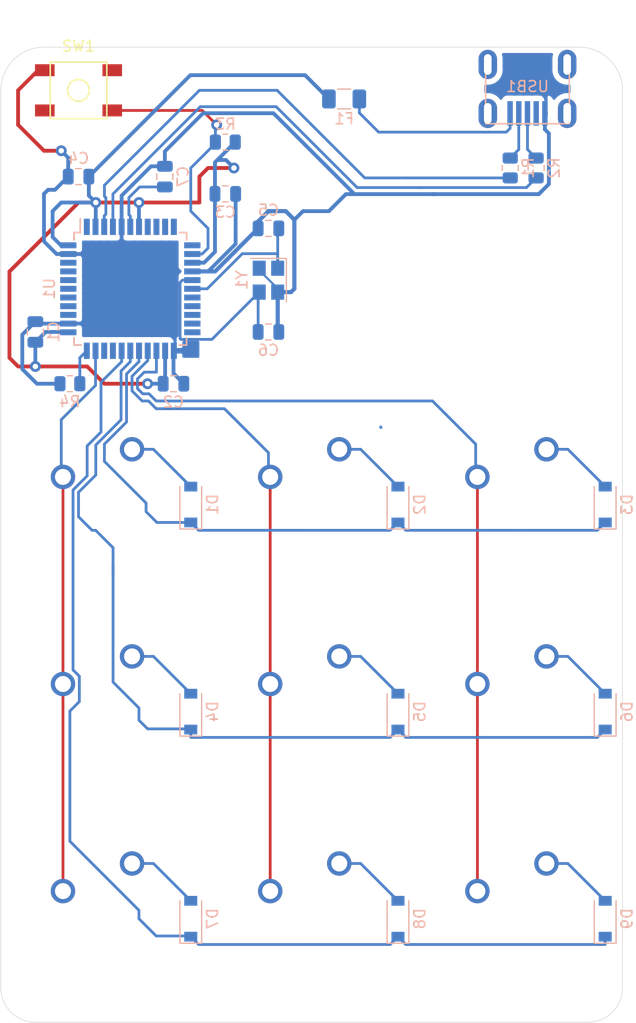
<source format=kicad_pcb>
(kicad_pcb (version 20171130) (host pcbnew "(5.1.9)-1")

  (general
    (thickness 1.6)
    (drawings 8)
    (tracks 305)
    (zones 0)
    (modules 34)
    (nets 50)
  )

  (page A4)
  (layers
    (0 F.Cu signal)
    (31 B.Cu signal)
    (32 B.Adhes user)
    (33 F.Adhes user)
    (34 B.Paste user)
    (35 F.Paste user)
    (36 B.SilkS user)
    (37 F.SilkS user)
    (38 B.Mask user)
    (39 F.Mask user)
    (40 Dwgs.User user)
    (41 Cmts.User user)
    (42 Eco1.User user)
    (43 Eco2.User user)
    (44 Edge.Cuts user)
    (45 Margin user)
    (46 B.CrtYd user)
    (47 F.CrtYd user)
    (48 B.Fab user)
    (49 F.Fab user)
  )

  (setup
    (last_trace_width 0.254)
    (trace_clearance 0.25)
    (zone_clearance 0.508)
    (zone_45_only no)
    (trace_min 0.2)
    (via_size 1)
    (via_drill 0.5)
    (via_min_size 0.4)
    (via_min_drill 0.3)
    (uvia_size 11.81102)
    (uvia_drill 3.937008)
    (uvias_allowed no)
    (uvia_min_size 0.2)
    (uvia_min_drill 0.1)
    (edge_width 0.05)
    (segment_width 0.2)
    (pcb_text_width 0.3)
    (pcb_text_size 1.5 1.5)
    (mod_edge_width 0.12)
    (mod_text_size 1 1)
    (mod_text_width 0.15)
    (pad_size 1.524 1.524)
    (pad_drill 0.762)
    (pad_to_mask_clearance 0)
    (aux_axis_origin 0 0)
    (visible_elements 7FFFFFFF)
    (pcbplotparams
      (layerselection 0x010fc_ffffffff)
      (usegerberextensions false)
      (usegerberattributes true)
      (usegerberadvancedattributes true)
      (creategerberjobfile true)
      (excludeedgelayer true)
      (linewidth 0.100000)
      (plotframeref false)
      (viasonmask false)
      (mode 1)
      (useauxorigin false)
      (hpglpennumber 1)
      (hpglpenspeed 20)
      (hpglpendiameter 15.000000)
      (psnegative false)
      (psa4output false)
      (plotreference true)
      (plotvalue true)
      (plotinvisibletext false)
      (padsonsilk false)
      (subtractmaskfromsilk false)
      (outputformat 1)
      (mirror false)
      (drillshape 0)
      (scaleselection 1)
      (outputdirectory "Gerber Files For Manufacturing/"))
  )

  (net 0 "")
  (net 1 +5V)
  (net 2 "Net-(C5-Pad1)")
  (net 3 "Net-(C6-Pad1)")
  (net 4 "Net-(C7-Pad1)")
  (net 5 "Net-(D1-Pad2)")
  (net 6 ROW0)
  (net 7 "Net-(D2-Pad2)")
  (net 8 ROW1)
  (net 9 "Net-(D3-Pad2)")
  (net 10 "Net-(D4-Pad2)")
  (net 11 VCC)
  (net 12 COL0)
  (net 13 COL1)
  (net 14 D-)
  (net 15 "Net-(R1-Pad1)")
  (net 16 D+)
  (net 17 "Net-(R2-Pad1)")
  (net 18 "Net-(R3-Pad2)")
  (net 19 "Net-(R4-Pad2)")
  (net 20 "Net-(U1-Pad42)")
  (net 21 "Net-(U1-Pad41)")
  (net 22 "Net-(U1-Pad40)")
  (net 23 "Net-(U1-Pad39)")
  (net 24 "Net-(U1-Pad38)")
  (net 25 "Net-(U1-Pad37)")
  (net 26 "Net-(U1-Pad36)")
  (net 27 "Net-(U1-Pad31)")
  (net 28 "Net-(U1-Pad22)")
  (net 29 "Net-(U1-Pad21)")
  (net 30 "Net-(U1-Pad20)")
  (net 31 "Net-(U1-Pad19)")
  (net 32 "Net-(U1-Pad18)")
  (net 33 "Net-(U1-Pad12)")
  (net 34 "Net-(U1-Pad11)")
  (net 35 "Net-(U1-Pad10)")
  (net 36 "Net-(U1-Pad9)")
  (net 37 "Net-(U1-Pad8)")
  (net 38 "Net-(U1-Pad1)")
  (net 39 "Net-(USB1-Pad6)")
  (net 40 "Net-(USB1-Pad2)")
  (net 41 GND)
  (net 42 "Net-(D5-Pad2)")
  (net 43 "Net-(U1-Pad30)")
  (net 44 "Net-(D6-Pad2)")
  (net 45 "Net-(D7-Pad2)")
  (net 46 ROW2)
  (net 47 "Net-(D8-Pad2)")
  (net 48 "Net-(D9-Pad2)")
  (net 49 COL2)

  (net_class Default "This is the default net class."
    (clearance 0.25)
    (trace_width 0.254)
    (via_dia 1)
    (via_drill 0.5)
    (uvia_dia 11.81102)
    (uvia_drill 3.937008)
    (diff_pair_width 7.874016)
    (diff_pair_gap 9.84252)
    (add_net COL0)
    (add_net COL1)
    (add_net COL2)
    (add_net D+)
    (add_net D-)
    (add_net "Net-(C5-Pad1)")
    (add_net "Net-(C6-Pad1)")
    (add_net "Net-(C7-Pad1)")
    (add_net "Net-(D1-Pad2)")
    (add_net "Net-(D2-Pad2)")
    (add_net "Net-(D3-Pad2)")
    (add_net "Net-(D4-Pad2)")
    (add_net "Net-(D5-Pad2)")
    (add_net "Net-(D6-Pad2)")
    (add_net "Net-(D7-Pad2)")
    (add_net "Net-(D8-Pad2)")
    (add_net "Net-(D9-Pad2)")
    (add_net "Net-(R1-Pad1)")
    (add_net "Net-(R2-Pad1)")
    (add_net "Net-(R3-Pad2)")
    (add_net "Net-(R4-Pad2)")
    (add_net "Net-(U1-Pad1)")
    (add_net "Net-(U1-Pad10)")
    (add_net "Net-(U1-Pad11)")
    (add_net "Net-(U1-Pad12)")
    (add_net "Net-(U1-Pad18)")
    (add_net "Net-(U1-Pad19)")
    (add_net "Net-(U1-Pad20)")
    (add_net "Net-(U1-Pad21)")
    (add_net "Net-(U1-Pad22)")
    (add_net "Net-(U1-Pad30)")
    (add_net "Net-(U1-Pad31)")
    (add_net "Net-(U1-Pad36)")
    (add_net "Net-(U1-Pad37)")
    (add_net "Net-(U1-Pad38)")
    (add_net "Net-(U1-Pad39)")
    (add_net "Net-(U1-Pad40)")
    (add_net "Net-(U1-Pad41)")
    (add_net "Net-(U1-Pad42)")
    (add_net "Net-(U1-Pad8)")
    (add_net "Net-(U1-Pad9)")
    (add_net "Net-(USB1-Pad2)")
    (add_net "Net-(USB1-Pad6)")
    (add_net ROW0)
    (add_net ROW1)
    (add_net ROW2)
    (add_net VCC)
  )

  (net_class Power ""
    (clearance 0.3)
    (trace_width 0.35)
    (via_dia 1)
    (via_drill 0.5)
    (uvia_dia 11.81102)
    (uvia_drill 3.937008)
    (diff_pair_width 7.874016)
    (diff_pair_gap 9.84252)
    (add_net +5V)
    (add_net GND)
  )

  (module MX_Only:MXOnly-1U-NoLED (layer F.Cu) (tedit 5BD3C6C7) (tstamp 602C81CE)
    (at 22.225 168.275)
    (path /60270EEF)
    (fp_text reference MX4 (at 0 3.175) (layer Dwgs.User)
      (effects (font (size 1 1) (thickness 0.15)))
    )
    (fp_text value MX-NoLED (at 0 -7.9375) (layer Dwgs.User)
      (effects (font (size 1 1) (thickness 0.15)))
    )
    (fp_line (start 5 -7) (end 7 -7) (layer Dwgs.User) (width 0.15))
    (fp_line (start 7 -7) (end 7 -5) (layer Dwgs.User) (width 0.15))
    (fp_line (start 5 7) (end 7 7) (layer Dwgs.User) (width 0.15))
    (fp_line (start 7 7) (end 7 5) (layer Dwgs.User) (width 0.15))
    (fp_line (start -7 5) (end -7 7) (layer Dwgs.User) (width 0.15))
    (fp_line (start -7 7) (end -5 7) (layer Dwgs.User) (width 0.15))
    (fp_line (start -5 -7) (end -7 -7) (layer Dwgs.User) (width 0.15))
    (fp_line (start -7 -7) (end -7 -5) (layer Dwgs.User) (width 0.15))
    (fp_line (start -9.525 -9.525) (end 9.525 -9.525) (layer Dwgs.User) (width 0.15))
    (fp_line (start 9.525 -9.525) (end 9.525 9.525) (layer Dwgs.User) (width 0.15))
    (fp_line (start 9.525 9.525) (end -9.525 9.525) (layer Dwgs.User) (width 0.15))
    (fp_line (start -9.525 9.525) (end -9.525 -9.525) (layer Dwgs.User) (width 0.15))
    (pad 2 thru_hole circle (at 2.54 -5.08) (size 2.25 2.25) (drill 1.47) (layers *.Cu B.Mask)
      (net 10 "Net-(D4-Pad2)"))
    (pad "" np_thru_hole circle (at 0 0) (size 3.9878 3.9878) (drill 3.9878) (layers *.Cu *.Mask))
    (pad 1 thru_hole circle (at -3.81 -2.54) (size 2.25 2.25) (drill 1.47) (layers *.Cu B.Mask)
      (net 12 COL0))
    (pad "" np_thru_hole circle (at -5.08 0 48.0996) (size 1.75 1.75) (drill 1.75) (layers *.Cu *.Mask))
    (pad "" np_thru_hole circle (at 5.08 0 48.0996) (size 1.75 1.75) (drill 1.75) (layers *.Cu *.Mask))
  )

  (module MX_Only:MXOnly-1U-NoLED (layer F.Cu) (tedit 5BD3C6C7) (tstamp 602C84CB)
    (at 22.225 149.225)
    (path /60259A96)
    (fp_text reference MX1 (at 0 3.175) (layer Dwgs.User)
      (effects (font (size 1 1) (thickness 0.15)))
    )
    (fp_text value MX-NoLED (at 0 -7.9375) (layer Dwgs.User)
      (effects (font (size 1 1) (thickness 0.15)))
    )
    (fp_line (start 5 -7) (end 7 -7) (layer Dwgs.User) (width 0.15))
    (fp_line (start 7 -7) (end 7 -5) (layer Dwgs.User) (width 0.15))
    (fp_line (start 5 7) (end 7 7) (layer Dwgs.User) (width 0.15))
    (fp_line (start 7 7) (end 7 5) (layer Dwgs.User) (width 0.15))
    (fp_line (start -7 5) (end -7 7) (layer Dwgs.User) (width 0.15))
    (fp_line (start -7 7) (end -5 7) (layer Dwgs.User) (width 0.15))
    (fp_line (start -5 -7) (end -7 -7) (layer Dwgs.User) (width 0.15))
    (fp_line (start -7 -7) (end -7 -5) (layer Dwgs.User) (width 0.15))
    (fp_line (start -9.525 -9.525) (end 9.525 -9.525) (layer Dwgs.User) (width 0.15))
    (fp_line (start 9.525 -9.525) (end 9.525 9.525) (layer Dwgs.User) (width 0.15))
    (fp_line (start 9.525 9.525) (end -9.525 9.525) (layer Dwgs.User) (width 0.15))
    (fp_line (start -9.525 9.525) (end -9.525 -9.525) (layer Dwgs.User) (width 0.15))
    (pad 2 thru_hole circle (at 2.54 -5.08) (size 2.25 2.25) (drill 1.47) (layers *.Cu B.Mask)
      (net 5 "Net-(D1-Pad2)"))
    (pad "" np_thru_hole circle (at 0 0) (size 3.9878 3.9878) (drill 3.9878) (layers *.Cu *.Mask))
    (pad 1 thru_hole circle (at -3.81 -2.54) (size 2.25 2.25) (drill 1.47) (layers *.Cu B.Mask)
      (net 12 COL0))
    (pad "" np_thru_hole circle (at -5.08 0 48.0996) (size 1.75 1.75) (drill 1.75) (layers *.Cu *.Mask))
    (pad "" np_thru_hole circle (at 5.08 0 48.0996) (size 1.75 1.75) (drill 1.75) (layers *.Cu *.Mask))
  )

  (module MX_Only:MXOnly-1U-NoLED (layer F.Cu) (tedit 5BD3C6C7) (tstamp 602B5CE2)
    (at 60.325 168.275)
    (path /602B0C61)
    (fp_text reference MX6 (at 0 3.175) (layer Dwgs.User)
      (effects (font (size 1 1) (thickness 0.15)))
    )
    (fp_text value MX-NoLED (at 0 -7.9375) (layer Dwgs.User)
      (effects (font (size 1 1) (thickness 0.15)))
    )
    (fp_line (start 5 -7) (end 7 -7) (layer Dwgs.User) (width 0.15))
    (fp_line (start 7 -7) (end 7 -5) (layer Dwgs.User) (width 0.15))
    (fp_line (start 5 7) (end 7 7) (layer Dwgs.User) (width 0.15))
    (fp_line (start 7 7) (end 7 5) (layer Dwgs.User) (width 0.15))
    (fp_line (start -7 5) (end -7 7) (layer Dwgs.User) (width 0.15))
    (fp_line (start -7 7) (end -5 7) (layer Dwgs.User) (width 0.15))
    (fp_line (start -5 -7) (end -7 -7) (layer Dwgs.User) (width 0.15))
    (fp_line (start -7 -7) (end -7 -5) (layer Dwgs.User) (width 0.15))
    (fp_line (start -9.525 -9.525) (end 9.525 -9.525) (layer Dwgs.User) (width 0.15))
    (fp_line (start 9.525 -9.525) (end 9.525 9.525) (layer Dwgs.User) (width 0.15))
    (fp_line (start 9.525 9.525) (end -9.525 9.525) (layer Dwgs.User) (width 0.15))
    (fp_line (start -9.525 9.525) (end -9.525 -9.525) (layer Dwgs.User) (width 0.15))
    (pad 2 thru_hole circle (at 2.54 -5.08) (size 2.25 2.25) (drill 1.47) (layers *.Cu B.Mask)
      (net 44 "Net-(D6-Pad2)"))
    (pad "" np_thru_hole circle (at 0 0) (size 3.9878 3.9878) (drill 3.9878) (layers *.Cu *.Mask))
    (pad 1 thru_hole circle (at -3.81 -2.54) (size 2.25 2.25) (drill 1.47) (layers *.Cu B.Mask)
      (net 49 COL2))
    (pad "" np_thru_hole circle (at -5.08 0 48.0996) (size 1.75 1.75) (drill 1.75) (layers *.Cu *.Mask))
    (pad "" np_thru_hole circle (at 5.08 0 48.0996) (size 1.75 1.75) (drill 1.75) (layers *.Cu *.Mask))
  )

  (module MX_Only:MXOnly-1U-NoLED (layer F.Cu) (tedit 5BD3C6C7) (tstamp 602C7C62)
    (at 60.325 187.325)
    (path /602B3220)
    (fp_text reference MX9 (at 0 3.175) (layer Dwgs.User)
      (effects (font (size 1 1) (thickness 0.15)))
    )
    (fp_text value MX-NoLED (at 0 -7.9375) (layer Dwgs.User)
      (effects (font (size 1 1) (thickness 0.15)))
    )
    (fp_line (start 5 -7) (end 7 -7) (layer Dwgs.User) (width 0.15))
    (fp_line (start 7 -7) (end 7 -5) (layer Dwgs.User) (width 0.15))
    (fp_line (start 5 7) (end 7 7) (layer Dwgs.User) (width 0.15))
    (fp_line (start 7 7) (end 7 5) (layer Dwgs.User) (width 0.15))
    (fp_line (start -7 5) (end -7 7) (layer Dwgs.User) (width 0.15))
    (fp_line (start -7 7) (end -5 7) (layer Dwgs.User) (width 0.15))
    (fp_line (start -5 -7) (end -7 -7) (layer Dwgs.User) (width 0.15))
    (fp_line (start -7 -7) (end -7 -5) (layer Dwgs.User) (width 0.15))
    (fp_line (start -9.525 -9.525) (end 9.525 -9.525) (layer Dwgs.User) (width 0.15))
    (fp_line (start 9.525 -9.525) (end 9.525 9.525) (layer Dwgs.User) (width 0.15))
    (fp_line (start 9.525 9.525) (end -9.525 9.525) (layer Dwgs.User) (width 0.15))
    (fp_line (start -9.525 9.525) (end -9.525 -9.525) (layer Dwgs.User) (width 0.15))
    (pad 2 thru_hole circle (at 2.54 -5.08) (size 2.25 2.25) (drill 1.47) (layers *.Cu B.Mask)
      (net 48 "Net-(D9-Pad2)"))
    (pad "" np_thru_hole circle (at 0 0) (size 3.9878 3.9878) (drill 3.9878) (layers *.Cu *.Mask))
    (pad 1 thru_hole circle (at -3.81 -2.54) (size 2.25 2.25) (drill 1.47) (layers *.Cu B.Mask)
      (net 49 COL2))
    (pad "" np_thru_hole circle (at -5.08 0 48.0996) (size 1.75 1.75) (drill 1.75) (layers *.Cu *.Mask))
    (pad "" np_thru_hole circle (at 5.08 0 48.0996) (size 1.75 1.75) (drill 1.75) (layers *.Cu *.Mask))
  )

  (module MX_Only:MXOnly-1U-NoLED (layer F.Cu) (tedit 5BD3C6C7) (tstamp 602AEFB7)
    (at 41.275 149.225)
    (path /60269C0E)
    (fp_text reference MX2 (at 0 3.175) (layer Dwgs.User)
      (effects (font (size 1 1) (thickness 0.15)))
    )
    (fp_text value MX-NoLED (at 0 -7.9375) (layer Dwgs.User)
      (effects (font (size 1 1) (thickness 0.15)))
    )
    (fp_line (start 5 -7) (end 7 -7) (layer Dwgs.User) (width 0.15))
    (fp_line (start 7 -7) (end 7 -5) (layer Dwgs.User) (width 0.15))
    (fp_line (start 5 7) (end 7 7) (layer Dwgs.User) (width 0.15))
    (fp_line (start 7 7) (end 7 5) (layer Dwgs.User) (width 0.15))
    (fp_line (start -7 5) (end -7 7) (layer Dwgs.User) (width 0.15))
    (fp_line (start -7 7) (end -5 7) (layer Dwgs.User) (width 0.15))
    (fp_line (start -5 -7) (end -7 -7) (layer Dwgs.User) (width 0.15))
    (fp_line (start -7 -7) (end -7 -5) (layer Dwgs.User) (width 0.15))
    (fp_line (start -9.525 -9.525) (end 9.525 -9.525) (layer Dwgs.User) (width 0.15))
    (fp_line (start 9.525 -9.525) (end 9.525 9.525) (layer Dwgs.User) (width 0.15))
    (fp_line (start 9.525 9.525) (end -9.525 9.525) (layer Dwgs.User) (width 0.15))
    (fp_line (start -9.525 9.525) (end -9.525 -9.525) (layer Dwgs.User) (width 0.15))
    (pad 2 thru_hole circle (at 2.54 -5.08) (size 2.25 2.25) (drill 1.47) (layers *.Cu B.Mask)
      (net 7 "Net-(D2-Pad2)"))
    (pad "" np_thru_hole circle (at 0 0) (size 3.9878 3.9878) (drill 3.9878) (layers *.Cu *.Mask))
    (pad 1 thru_hole circle (at -3.81 -2.54) (size 2.25 2.25) (drill 1.47) (layers *.Cu B.Mask)
      (net 13 COL1))
    (pad "" np_thru_hole circle (at -5.08 0 48.0996) (size 1.75 1.75) (drill 1.75) (layers *.Cu *.Mask))
    (pad "" np_thru_hole circle (at 5.08 0 48.0996) (size 1.75 1.75) (drill 1.75) (layers *.Cu *.Mask))
  )

  (module MX_Only:MXOnly-1U-NoLED (layer F.Cu) (tedit 5BD3C6C7) (tstamp 602AEFE1)
    (at 41.275 168.275)
    (path /6027F391)
    (fp_text reference MX5 (at 0 3.175) (layer Dwgs.User)
      (effects (font (size 1 1) (thickness 0.15)))
    )
    (fp_text value MX-NoLED (at 0 -7.9375) (layer Dwgs.User)
      (effects (font (size 1 1) (thickness 0.15)))
    )
    (fp_line (start 5 -7) (end 7 -7) (layer Dwgs.User) (width 0.15))
    (fp_line (start 7 -7) (end 7 -5) (layer Dwgs.User) (width 0.15))
    (fp_line (start 5 7) (end 7 7) (layer Dwgs.User) (width 0.15))
    (fp_line (start 7 7) (end 7 5) (layer Dwgs.User) (width 0.15))
    (fp_line (start -7 5) (end -7 7) (layer Dwgs.User) (width 0.15))
    (fp_line (start -7 7) (end -5 7) (layer Dwgs.User) (width 0.15))
    (fp_line (start -5 -7) (end -7 -7) (layer Dwgs.User) (width 0.15))
    (fp_line (start -7 -7) (end -7 -5) (layer Dwgs.User) (width 0.15))
    (fp_line (start -9.525 -9.525) (end 9.525 -9.525) (layer Dwgs.User) (width 0.15))
    (fp_line (start 9.525 -9.525) (end 9.525 9.525) (layer Dwgs.User) (width 0.15))
    (fp_line (start 9.525 9.525) (end -9.525 9.525) (layer Dwgs.User) (width 0.15))
    (fp_line (start -9.525 9.525) (end -9.525 -9.525) (layer Dwgs.User) (width 0.15))
    (pad 2 thru_hole circle (at 2.54 -5.08) (size 2.25 2.25) (drill 1.47) (layers *.Cu B.Mask)
      (net 42 "Net-(D5-Pad2)"))
    (pad "" np_thru_hole circle (at 0 0) (size 3.9878 3.9878) (drill 3.9878) (layers *.Cu *.Mask))
    (pad 1 thru_hole circle (at -3.81 -2.54) (size 2.25 2.25) (drill 1.47) (layers *.Cu B.Mask)
      (net 13 COL1))
    (pad "" np_thru_hole circle (at -5.08 0 48.0996) (size 1.75 1.75) (drill 1.75) (layers *.Cu *.Mask))
    (pad "" np_thru_hole circle (at 5.08 0 48.0996) (size 1.75 1.75) (drill 1.75) (layers *.Cu *.Mask))
  )

  (module Package_QFP:TQFP-44_10x10mm_P0.8mm (layer B.Cu) (tedit 5A02F146) (tstamp 602C861C)
    (at 24.60625 129.38125 270)
    (descr "44-Lead Plastic Thin Quad Flatpack (PT) - 10x10x1.0 mm Body [TQFP] (see Microchip Packaging Specification 00000049BS.pdf)")
    (tags "QFP 0.8")
    (path /6020EC62)
    (attr smd)
    (fp_text reference U1 (at 0 7.45 90) (layer B.SilkS)
      (effects (font (size 1 1) (thickness 0.15)) (justify mirror))
    )
    (fp_text value ATmega32U4-AU (at 0 -7.45 90) (layer B.Fab)
      (effects (font (size 1 1) (thickness 0.15)) (justify mirror))
    )
    (fp_line (start -5.175 4.6) (end -6.45 4.6) (layer B.SilkS) (width 0.15))
    (fp_line (start 5.175 5.175) (end 4.5 5.175) (layer B.SilkS) (width 0.15))
    (fp_line (start 5.175 -5.175) (end 4.5 -5.175) (layer B.SilkS) (width 0.15))
    (fp_line (start -5.175 -5.175) (end -4.5 -5.175) (layer B.SilkS) (width 0.15))
    (fp_line (start -5.175 5.175) (end -4.5 5.175) (layer B.SilkS) (width 0.15))
    (fp_line (start -5.175 -5.175) (end -5.175 -4.5) (layer B.SilkS) (width 0.15))
    (fp_line (start 5.175 -5.175) (end 5.175 -4.5) (layer B.SilkS) (width 0.15))
    (fp_line (start 5.175 5.175) (end 5.175 4.5) (layer B.SilkS) (width 0.15))
    (fp_line (start -5.175 5.175) (end -5.175 4.6) (layer B.SilkS) (width 0.15))
    (fp_line (start -6.7 -6.7) (end 6.7 -6.7) (layer B.CrtYd) (width 0.05))
    (fp_line (start -6.7 6.7) (end 6.7 6.7) (layer B.CrtYd) (width 0.05))
    (fp_line (start 6.7 6.7) (end 6.7 -6.7) (layer B.CrtYd) (width 0.05))
    (fp_line (start -6.7 6.7) (end -6.7 -6.7) (layer B.CrtYd) (width 0.05))
    (fp_line (start -5 4) (end -4 5) (layer B.Fab) (width 0.15))
    (fp_line (start -5 -5) (end -5 4) (layer B.Fab) (width 0.15))
    (fp_line (start 5 -5) (end -5 -5) (layer B.Fab) (width 0.15))
    (fp_line (start 5 5) (end 5 -5) (layer B.Fab) (width 0.15))
    (fp_line (start -4 5) (end 5 5) (layer B.Fab) (width 0.15))
    (fp_text user %R (at 0 0 90) (layer B.Fab)
      (effects (font (size 1 1) (thickness 0.15)) (justify mirror))
    )
    (pad 44 smd rect (at -4 5.7 180) (size 1.5 0.55) (layers B.Cu B.Paste B.Mask)
      (net 1 +5V))
    (pad 43 smd rect (at -3.2 5.7 180) (size 1.5 0.55) (layers B.Cu B.Paste B.Mask)
      (net 41 GND))
    (pad 42 smd rect (at -2.4 5.7 180) (size 1.5 0.55) (layers B.Cu B.Paste B.Mask)
      (net 20 "Net-(U1-Pad42)"))
    (pad 41 smd rect (at -1.6 5.7 180) (size 1.5 0.55) (layers B.Cu B.Paste B.Mask)
      (net 21 "Net-(U1-Pad41)"))
    (pad 40 smd rect (at -0.8 5.7 180) (size 1.5 0.55) (layers B.Cu B.Paste B.Mask)
      (net 22 "Net-(U1-Pad40)"))
    (pad 39 smd rect (at 0 5.7 180) (size 1.5 0.55) (layers B.Cu B.Paste B.Mask)
      (net 23 "Net-(U1-Pad39)"))
    (pad 38 smd rect (at 0.8 5.7 180) (size 1.5 0.55) (layers B.Cu B.Paste B.Mask)
      (net 24 "Net-(U1-Pad38)"))
    (pad 37 smd rect (at 1.6 5.7 180) (size 1.5 0.55) (layers B.Cu B.Paste B.Mask)
      (net 25 "Net-(U1-Pad37)"))
    (pad 36 smd rect (at 2.4 5.7 180) (size 1.5 0.55) (layers B.Cu B.Paste B.Mask)
      (net 26 "Net-(U1-Pad36)"))
    (pad 35 smd rect (at 3.2 5.7 180) (size 1.5 0.55) (layers B.Cu B.Paste B.Mask)
      (net 41 GND))
    (pad 34 smd rect (at 4 5.7 180) (size 1.5 0.55) (layers B.Cu B.Paste B.Mask)
      (net 1 +5V))
    (pad 33 smd rect (at 5.7 4 270) (size 1.5 0.55) (layers B.Cu B.Paste B.Mask)
      (net 19 "Net-(R4-Pad2)"))
    (pad 32 smd rect (at 5.7 3.2 270) (size 1.5 0.55) (layers B.Cu B.Paste B.Mask)
      (net 12 COL0))
    (pad 31 smd rect (at 5.7 2.4 270) (size 1.5 0.55) (layers B.Cu B.Paste B.Mask)
      (net 27 "Net-(U1-Pad31)"))
    (pad 30 smd rect (at 5.7 1.6 270) (size 1.5 0.55) (layers B.Cu B.Paste B.Mask)
      (net 43 "Net-(U1-Pad30)"))
    (pad 29 smd rect (at 5.7 0.8 270) (size 1.5 0.55) (layers B.Cu B.Paste B.Mask)
      (net 46 ROW2))
    (pad 28 smd rect (at 5.7 0 270) (size 1.5 0.55) (layers B.Cu B.Paste B.Mask)
      (net 8 ROW1))
    (pad 27 smd rect (at 5.7 -0.8 270) (size 1.5 0.55) (layers B.Cu B.Paste B.Mask)
      (net 6 ROW0))
    (pad 26 smd rect (at 5.7 -1.6 270) (size 1.5 0.55) (layers B.Cu B.Paste B.Mask)
      (net 13 COL1))
    (pad 25 smd rect (at 5.7 -2.4 270) (size 1.5 0.55) (layers B.Cu B.Paste B.Mask)
      (net 49 COL2))
    (pad 24 smd rect (at 5.7 -3.2 270) (size 1.5 0.55) (layers B.Cu B.Paste B.Mask)
      (net 1 +5V))
    (pad 23 smd rect (at 5.7 -4 270) (size 1.5 0.55) (layers B.Cu B.Paste B.Mask)
      (net 41 GND))
    (pad 22 smd rect (at 4 -5.7 180) (size 1.5 0.55) (layers B.Cu B.Paste B.Mask)
      (net 28 "Net-(U1-Pad22)"))
    (pad 21 smd rect (at 3.2 -5.7 180) (size 1.5 0.55) (layers B.Cu B.Paste B.Mask)
      (net 29 "Net-(U1-Pad21)"))
    (pad 20 smd rect (at 2.4 -5.7 180) (size 1.5 0.55) (layers B.Cu B.Paste B.Mask)
      (net 30 "Net-(U1-Pad20)"))
    (pad 19 smd rect (at 1.6 -5.7 180) (size 1.5 0.55) (layers B.Cu B.Paste B.Mask)
      (net 31 "Net-(U1-Pad19)"))
    (pad 18 smd rect (at 0.8 -5.7 180) (size 1.5 0.55) (layers B.Cu B.Paste B.Mask)
      (net 32 "Net-(U1-Pad18)"))
    (pad 17 smd rect (at 0 -5.7 180) (size 1.5 0.55) (layers B.Cu B.Paste B.Mask)
      (net 2 "Net-(C5-Pad1)"))
    (pad 16 smd rect (at -0.8 -5.7 180) (size 1.5 0.55) (layers B.Cu B.Paste B.Mask)
      (net 3 "Net-(C6-Pad1)"))
    (pad 15 smd rect (at -1.6 -5.7 180) (size 1.5 0.55) (layers B.Cu B.Paste B.Mask)
      (net 41 GND))
    (pad 14 smd rect (at -2.4 -5.7 180) (size 1.5 0.55) (layers B.Cu B.Paste B.Mask)
      (net 1 +5V))
    (pad 13 smd rect (at -3.2 -5.7 180) (size 1.5 0.55) (layers B.Cu B.Paste B.Mask)
      (net 18 "Net-(R3-Pad2)"))
    (pad 12 smd rect (at -4 -5.7 180) (size 1.5 0.55) (layers B.Cu B.Paste B.Mask)
      (net 33 "Net-(U1-Pad12)"))
    (pad 11 smd rect (at -5.7 -4 270) (size 1.5 0.55) (layers B.Cu B.Paste B.Mask)
      (net 34 "Net-(U1-Pad11)"))
    (pad 10 smd rect (at -5.7 -3.2 270) (size 1.5 0.55) (layers B.Cu B.Paste B.Mask)
      (net 35 "Net-(U1-Pad10)"))
    (pad 9 smd rect (at -5.7 -2.4 270) (size 1.5 0.55) (layers B.Cu B.Paste B.Mask)
      (net 36 "Net-(U1-Pad9)"))
    (pad 8 smd rect (at -5.7 -1.6 270) (size 1.5 0.55) (layers B.Cu B.Paste B.Mask)
      (net 37 "Net-(U1-Pad8)"))
    (pad 7 smd rect (at -5.7 -0.8 270) (size 1.5 0.55) (layers B.Cu B.Paste B.Mask)
      (net 1 +5V))
    (pad 6 smd rect (at -5.7 0 270) (size 1.5 0.55) (layers B.Cu B.Paste B.Mask)
      (net 4 "Net-(C7-Pad1)"))
    (pad 5 smd rect (at -5.7 0.8 270) (size 1.5 0.55) (layers B.Cu B.Paste B.Mask)
      (net 41 GND))
    (pad 4 smd rect (at -5.7 1.6 270) (size 1.5 0.55) (layers B.Cu B.Paste B.Mask)
      (net 17 "Net-(R2-Pad1)"))
    (pad 3 smd rect (at -5.7 2.4 270) (size 1.5 0.55) (layers B.Cu B.Paste B.Mask)
      (net 15 "Net-(R1-Pad1)"))
    (pad 2 smd rect (at -5.7 3.2 270) (size 1.5 0.55) (layers B.Cu B.Paste B.Mask)
      (net 1 +5V))
    (pad 1 smd rect (at -5.7 4 270) (size 1.5 0.55) (layers B.Cu B.Paste B.Mask)
      (net 38 "Net-(U1-Pad1)"))
    (model ${KISYS3DMOD}/Package_QFP.3dshapes/TQFP-44_10x10mm_P0.8mm.wrl
      (at (xyz 0 0 0))
      (scale (xyz 1 1 1))
      (rotate (xyz 0 0 0))
    )
  )

  (module MX_Only:MXOnly-1U-NoLED (layer F.Cu) (tedit 5BD3C6C7) (tstamp 602B5D0C)
    (at 41.275 187.325)
    (path /602B2612)
    (fp_text reference MX8 (at 0 3.175) (layer Dwgs.User)
      (effects (font (size 1 1) (thickness 0.15)))
    )
    (fp_text value MX-NoLED (at 0 -7.9375) (layer Dwgs.User)
      (effects (font (size 1 1) (thickness 0.15)))
    )
    (fp_line (start 5 -7) (end 7 -7) (layer Dwgs.User) (width 0.15))
    (fp_line (start 7 -7) (end 7 -5) (layer Dwgs.User) (width 0.15))
    (fp_line (start 5 7) (end 7 7) (layer Dwgs.User) (width 0.15))
    (fp_line (start 7 7) (end 7 5) (layer Dwgs.User) (width 0.15))
    (fp_line (start -7 5) (end -7 7) (layer Dwgs.User) (width 0.15))
    (fp_line (start -7 7) (end -5 7) (layer Dwgs.User) (width 0.15))
    (fp_line (start -5 -7) (end -7 -7) (layer Dwgs.User) (width 0.15))
    (fp_line (start -7 -7) (end -7 -5) (layer Dwgs.User) (width 0.15))
    (fp_line (start -9.525 -9.525) (end 9.525 -9.525) (layer Dwgs.User) (width 0.15))
    (fp_line (start 9.525 -9.525) (end 9.525 9.525) (layer Dwgs.User) (width 0.15))
    (fp_line (start 9.525 9.525) (end -9.525 9.525) (layer Dwgs.User) (width 0.15))
    (fp_line (start -9.525 9.525) (end -9.525 -9.525) (layer Dwgs.User) (width 0.15))
    (pad 2 thru_hole circle (at 2.54 -5.08) (size 2.25 2.25) (drill 1.47) (layers *.Cu B.Mask)
      (net 47 "Net-(D8-Pad2)"))
    (pad "" np_thru_hole circle (at 0 0) (size 3.9878 3.9878) (drill 3.9878) (layers *.Cu *.Mask))
    (pad 1 thru_hole circle (at -3.81 -2.54) (size 2.25 2.25) (drill 1.47) (layers *.Cu B.Mask)
      (net 13 COL1))
    (pad "" np_thru_hole circle (at -5.08 0 48.0996) (size 1.75 1.75) (drill 1.75) (layers *.Cu *.Mask))
    (pad "" np_thru_hole circle (at 5.08 0 48.0996) (size 1.75 1.75) (drill 1.75) (layers *.Cu *.Mask))
  )

  (module MX_Only:MXOnly-1U-NoLED (layer F.Cu) (tedit 5BD3C6C7) (tstamp 602C8192)
    (at 22.225 187.325)
    (path /602B59E8)
    (fp_text reference MX7 (at 0 3.175) (layer Dwgs.User)
      (effects (font (size 1 1) (thickness 0.15)))
    )
    (fp_text value MX-NoLED (at 0 -7.9375) (layer Dwgs.User)
      (effects (font (size 1 1) (thickness 0.15)))
    )
    (fp_line (start 5 -7) (end 7 -7) (layer Dwgs.User) (width 0.15))
    (fp_line (start 7 -7) (end 7 -5) (layer Dwgs.User) (width 0.15))
    (fp_line (start 5 7) (end 7 7) (layer Dwgs.User) (width 0.15))
    (fp_line (start 7 7) (end 7 5) (layer Dwgs.User) (width 0.15))
    (fp_line (start -7 5) (end -7 7) (layer Dwgs.User) (width 0.15))
    (fp_line (start -7 7) (end -5 7) (layer Dwgs.User) (width 0.15))
    (fp_line (start -5 -7) (end -7 -7) (layer Dwgs.User) (width 0.15))
    (fp_line (start -7 -7) (end -7 -5) (layer Dwgs.User) (width 0.15))
    (fp_line (start -9.525 -9.525) (end 9.525 -9.525) (layer Dwgs.User) (width 0.15))
    (fp_line (start 9.525 -9.525) (end 9.525 9.525) (layer Dwgs.User) (width 0.15))
    (fp_line (start 9.525 9.525) (end -9.525 9.525) (layer Dwgs.User) (width 0.15))
    (fp_line (start -9.525 9.525) (end -9.525 -9.525) (layer Dwgs.User) (width 0.15))
    (pad 2 thru_hole circle (at 2.54 -5.08) (size 2.25 2.25) (drill 1.47) (layers *.Cu B.Mask)
      (net 45 "Net-(D7-Pad2)"))
    (pad "" np_thru_hole circle (at 0 0) (size 3.9878 3.9878) (drill 3.9878) (layers *.Cu *.Mask))
    (pad 1 thru_hole circle (at -3.81 -2.54) (size 2.25 2.25) (drill 1.47) (layers *.Cu B.Mask)
      (net 12 COL0))
    (pad "" np_thru_hole circle (at -5.08 0 48.0996) (size 1.75 1.75) (drill 1.75) (layers *.Cu *.Mask))
    (pad "" np_thru_hole circle (at 5.08 0 48.0996) (size 1.75 1.75) (drill 1.75) (layers *.Cu *.Mask))
  )

  (module MX_Only:MXOnly-1U-NoLED (layer F.Cu) (tedit 5BD3C6C7) (tstamp 602B8137)
    (at 60.325 149.225)
    (path /602AE95C)
    (fp_text reference MX3 (at 0 3.175) (layer Dwgs.User)
      (effects (font (size 1 1) (thickness 0.15)))
    )
    (fp_text value MX-NoLED (at 0 -7.9375) (layer Dwgs.User)
      (effects (font (size 1 1) (thickness 0.15)))
    )
    (fp_line (start 5 -7) (end 7 -7) (layer Dwgs.User) (width 0.15))
    (fp_line (start 7 -7) (end 7 -5) (layer Dwgs.User) (width 0.15))
    (fp_line (start 5 7) (end 7 7) (layer Dwgs.User) (width 0.15))
    (fp_line (start 7 7) (end 7 5) (layer Dwgs.User) (width 0.15))
    (fp_line (start -7 5) (end -7 7) (layer Dwgs.User) (width 0.15))
    (fp_line (start -7 7) (end -5 7) (layer Dwgs.User) (width 0.15))
    (fp_line (start -5 -7) (end -7 -7) (layer Dwgs.User) (width 0.15))
    (fp_line (start -7 -7) (end -7 -5) (layer Dwgs.User) (width 0.15))
    (fp_line (start -9.525 -9.525) (end 9.525 -9.525) (layer Dwgs.User) (width 0.15))
    (fp_line (start 9.525 -9.525) (end 9.525 9.525) (layer Dwgs.User) (width 0.15))
    (fp_line (start 9.525 9.525) (end -9.525 9.525) (layer Dwgs.User) (width 0.15))
    (fp_line (start -9.525 9.525) (end -9.525 -9.525) (layer Dwgs.User) (width 0.15))
    (pad 2 thru_hole circle (at 2.54 -5.08) (size 2.25 2.25) (drill 1.47) (layers *.Cu B.Mask)
      (net 9 "Net-(D3-Pad2)"))
    (pad "" np_thru_hole circle (at 0 0) (size 3.9878 3.9878) (drill 3.9878) (layers *.Cu *.Mask))
    (pad 1 thru_hole circle (at -3.81 -2.54) (size 2.25 2.25) (drill 1.47) (layers *.Cu B.Mask)
      (net 49 COL2))
    (pad "" np_thru_hole circle (at -5.08 0 48.0996) (size 1.75 1.75) (drill 1.75) (layers *.Cu *.Mask))
    (pad "" np_thru_hole circle (at 5.08 0 48.0996) (size 1.75 1.75) (drill 1.75) (layers *.Cu *.Mask))
  )

  (module Diode_SMD:D_SOD-123 (layer B.Cu) (tedit 58645DC7) (tstamp 602B5BF8)
    (at 68.2625 187.325 90)
    (descr SOD-123)
    (tags SOD-123)
    (path /602D2010)
    (attr smd)
    (fp_text reference D9 (at 0 2 270) (layer B.SilkS)
      (effects (font (size 1 1) (thickness 0.15)) (justify mirror))
    )
    (fp_text value SOD-123 (at 0 -2.1 270) (layer B.Fab)
      (effects (font (size 1 1) (thickness 0.15)) (justify mirror))
    )
    (fp_line (start -2.25 1) (end 1.65 1) (layer B.SilkS) (width 0.12))
    (fp_line (start -2.25 -1) (end 1.65 -1) (layer B.SilkS) (width 0.12))
    (fp_line (start -2.35 1.15) (end -2.35 -1.15) (layer B.CrtYd) (width 0.05))
    (fp_line (start 2.35 -1.15) (end -2.35 -1.15) (layer B.CrtYd) (width 0.05))
    (fp_line (start 2.35 1.15) (end 2.35 -1.15) (layer B.CrtYd) (width 0.05))
    (fp_line (start -2.35 1.15) (end 2.35 1.15) (layer B.CrtYd) (width 0.05))
    (fp_line (start -1.4 0.9) (end 1.4 0.9) (layer B.Fab) (width 0.1))
    (fp_line (start 1.4 0.9) (end 1.4 -0.9) (layer B.Fab) (width 0.1))
    (fp_line (start 1.4 -0.9) (end -1.4 -0.9) (layer B.Fab) (width 0.1))
    (fp_line (start -1.4 -0.9) (end -1.4 0.9) (layer B.Fab) (width 0.1))
    (fp_line (start -0.75 0) (end -0.35 0) (layer B.Fab) (width 0.1))
    (fp_line (start -0.35 0) (end -0.35 0.55) (layer B.Fab) (width 0.1))
    (fp_line (start -0.35 0) (end -0.35 -0.55) (layer B.Fab) (width 0.1))
    (fp_line (start -0.35 0) (end 0.25 0.4) (layer B.Fab) (width 0.1))
    (fp_line (start 0.25 0.4) (end 0.25 -0.4) (layer B.Fab) (width 0.1))
    (fp_line (start 0.25 -0.4) (end -0.35 0) (layer B.Fab) (width 0.1))
    (fp_line (start 0.25 0) (end 0.75 0) (layer B.Fab) (width 0.1))
    (fp_line (start -2.25 1) (end -2.25 -1) (layer B.SilkS) (width 0.12))
    (fp_text user %R (at 0 2 270) (layer B.Fab)
      (effects (font (size 1 1) (thickness 0.15)) (justify mirror))
    )
    (pad 2 smd rect (at 1.65 0 90) (size 0.9 1.2) (layers B.Cu B.Paste B.Mask)
      (net 48 "Net-(D9-Pad2)"))
    (pad 1 smd rect (at -1.65 0 90) (size 0.9 1.2) (layers B.Cu B.Paste B.Mask)
      (net 46 ROW2))
    (model ${KISYS3DMOD}/Diode_SMD.3dshapes/D_SOD-123.wrl
      (at (xyz 0 0 0))
      (scale (xyz 1 1 1))
      (rotate (xyz 0 0 0))
    )
  )

  (module Diode_SMD:D_SOD-123 (layer B.Cu) (tedit 58645DC7) (tstamp 602B5BDF)
    (at 49.2125 187.325 90)
    (descr SOD-123)
    (tags SOD-123)
    (path /602D3109)
    (attr smd)
    (fp_text reference D8 (at 0 2 270) (layer B.SilkS)
      (effects (font (size 1 1) (thickness 0.15)) (justify mirror))
    )
    (fp_text value SOD-123 (at 0 -2.1 270) (layer B.Fab)
      (effects (font (size 1 1) (thickness 0.15)) (justify mirror))
    )
    (fp_line (start -2.25 1) (end 1.65 1) (layer B.SilkS) (width 0.12))
    (fp_line (start -2.25 -1) (end 1.65 -1) (layer B.SilkS) (width 0.12))
    (fp_line (start -2.35 1.15) (end -2.35 -1.15) (layer B.CrtYd) (width 0.05))
    (fp_line (start 2.35 -1.15) (end -2.35 -1.15) (layer B.CrtYd) (width 0.05))
    (fp_line (start 2.35 1.15) (end 2.35 -1.15) (layer B.CrtYd) (width 0.05))
    (fp_line (start -2.35 1.15) (end 2.35 1.15) (layer B.CrtYd) (width 0.05))
    (fp_line (start -1.4 0.9) (end 1.4 0.9) (layer B.Fab) (width 0.1))
    (fp_line (start 1.4 0.9) (end 1.4 -0.9) (layer B.Fab) (width 0.1))
    (fp_line (start 1.4 -0.9) (end -1.4 -0.9) (layer B.Fab) (width 0.1))
    (fp_line (start -1.4 -0.9) (end -1.4 0.9) (layer B.Fab) (width 0.1))
    (fp_line (start -0.75 0) (end -0.35 0) (layer B.Fab) (width 0.1))
    (fp_line (start -0.35 0) (end -0.35 0.55) (layer B.Fab) (width 0.1))
    (fp_line (start -0.35 0) (end -0.35 -0.55) (layer B.Fab) (width 0.1))
    (fp_line (start -0.35 0) (end 0.25 0.4) (layer B.Fab) (width 0.1))
    (fp_line (start 0.25 0.4) (end 0.25 -0.4) (layer B.Fab) (width 0.1))
    (fp_line (start 0.25 -0.4) (end -0.35 0) (layer B.Fab) (width 0.1))
    (fp_line (start 0.25 0) (end 0.75 0) (layer B.Fab) (width 0.1))
    (fp_line (start -2.25 1) (end -2.25 -1) (layer B.SilkS) (width 0.12))
    (fp_text user %R (at 0 2 270) (layer B.Fab)
      (effects (font (size 1 1) (thickness 0.15)) (justify mirror))
    )
    (pad 2 smd rect (at 1.65 0 90) (size 0.9 1.2) (layers B.Cu B.Paste B.Mask)
      (net 47 "Net-(D8-Pad2)"))
    (pad 1 smd rect (at -1.65 0 90) (size 0.9 1.2) (layers B.Cu B.Paste B.Mask)
      (net 46 ROW2))
    (model ${KISYS3DMOD}/Diode_SMD.3dshapes/D_SOD-123.wrl
      (at (xyz 0 0 0))
      (scale (xyz 1 1 1))
      (rotate (xyz 0 0 0))
    )
  )

  (module Diode_SMD:D_SOD-123 (layer B.Cu) (tedit 58645DC7) (tstamp 602B5BC6)
    (at 30.1625 187.325 90)
    (descr SOD-123)
    (tags SOD-123)
    (path /602D3623)
    (attr smd)
    (fp_text reference D7 (at 0 2 270) (layer B.SilkS)
      (effects (font (size 1 1) (thickness 0.15)) (justify mirror))
    )
    (fp_text value SOD-123 (at 0 -2.1 270) (layer B.Fab)
      (effects (font (size 1 1) (thickness 0.15)) (justify mirror))
    )
    (fp_line (start -2.25 1) (end 1.65 1) (layer B.SilkS) (width 0.12))
    (fp_line (start -2.25 -1) (end 1.65 -1) (layer B.SilkS) (width 0.12))
    (fp_line (start -2.35 1.15) (end -2.35 -1.15) (layer B.CrtYd) (width 0.05))
    (fp_line (start 2.35 -1.15) (end -2.35 -1.15) (layer B.CrtYd) (width 0.05))
    (fp_line (start 2.35 1.15) (end 2.35 -1.15) (layer B.CrtYd) (width 0.05))
    (fp_line (start -2.35 1.15) (end 2.35 1.15) (layer B.CrtYd) (width 0.05))
    (fp_line (start -1.4 0.9) (end 1.4 0.9) (layer B.Fab) (width 0.1))
    (fp_line (start 1.4 0.9) (end 1.4 -0.9) (layer B.Fab) (width 0.1))
    (fp_line (start 1.4 -0.9) (end -1.4 -0.9) (layer B.Fab) (width 0.1))
    (fp_line (start -1.4 -0.9) (end -1.4 0.9) (layer B.Fab) (width 0.1))
    (fp_line (start -0.75 0) (end -0.35 0) (layer B.Fab) (width 0.1))
    (fp_line (start -0.35 0) (end -0.35 0.55) (layer B.Fab) (width 0.1))
    (fp_line (start -0.35 0) (end -0.35 -0.55) (layer B.Fab) (width 0.1))
    (fp_line (start -0.35 0) (end 0.25 0.4) (layer B.Fab) (width 0.1))
    (fp_line (start 0.25 0.4) (end 0.25 -0.4) (layer B.Fab) (width 0.1))
    (fp_line (start 0.25 -0.4) (end -0.35 0) (layer B.Fab) (width 0.1))
    (fp_line (start 0.25 0) (end 0.75 0) (layer B.Fab) (width 0.1))
    (fp_line (start -2.25 1) (end -2.25 -1) (layer B.SilkS) (width 0.12))
    (fp_text user %R (at 0 2 270) (layer B.Fab)
      (effects (font (size 1 1) (thickness 0.15)) (justify mirror))
    )
    (pad 2 smd rect (at 1.65 0 90) (size 0.9 1.2) (layers B.Cu B.Paste B.Mask)
      (net 45 "Net-(D7-Pad2)"))
    (pad 1 smd rect (at -1.65 0 90) (size 0.9 1.2) (layers B.Cu B.Paste B.Mask)
      (net 46 ROW2))
    (model ${KISYS3DMOD}/Diode_SMD.3dshapes/D_SOD-123.wrl
      (at (xyz 0 0 0))
      (scale (xyz 1 1 1))
      (rotate (xyz 0 0 0))
    )
  )

  (module Diode_SMD:D_SOD-123 (layer B.Cu) (tedit 58645DC7) (tstamp 602B5BAD)
    (at 68.2625 168.275 90)
    (descr SOD-123)
    (tags SOD-123)
    (path /602C077F)
    (attr smd)
    (fp_text reference D6 (at 0 2 -90) (layer B.SilkS)
      (effects (font (size 1 1) (thickness 0.15)) (justify mirror))
    )
    (fp_text value SOD-123 (at 0 -2.1 -90) (layer B.Fab)
      (effects (font (size 1 1) (thickness 0.15)) (justify mirror))
    )
    (fp_line (start -2.25 1) (end 1.65 1) (layer B.SilkS) (width 0.12))
    (fp_line (start -2.25 -1) (end 1.65 -1) (layer B.SilkS) (width 0.12))
    (fp_line (start -2.35 1.15) (end -2.35 -1.15) (layer B.CrtYd) (width 0.05))
    (fp_line (start 2.35 -1.15) (end -2.35 -1.15) (layer B.CrtYd) (width 0.05))
    (fp_line (start 2.35 1.15) (end 2.35 -1.15) (layer B.CrtYd) (width 0.05))
    (fp_line (start -2.35 1.15) (end 2.35 1.15) (layer B.CrtYd) (width 0.05))
    (fp_line (start -1.4 0.9) (end 1.4 0.9) (layer B.Fab) (width 0.1))
    (fp_line (start 1.4 0.9) (end 1.4 -0.9) (layer B.Fab) (width 0.1))
    (fp_line (start 1.4 -0.9) (end -1.4 -0.9) (layer B.Fab) (width 0.1))
    (fp_line (start -1.4 -0.9) (end -1.4 0.9) (layer B.Fab) (width 0.1))
    (fp_line (start -0.75 0) (end -0.35 0) (layer B.Fab) (width 0.1))
    (fp_line (start -0.35 0) (end -0.35 0.55) (layer B.Fab) (width 0.1))
    (fp_line (start -0.35 0) (end -0.35 -0.55) (layer B.Fab) (width 0.1))
    (fp_line (start -0.35 0) (end 0.25 0.4) (layer B.Fab) (width 0.1))
    (fp_line (start 0.25 0.4) (end 0.25 -0.4) (layer B.Fab) (width 0.1))
    (fp_line (start 0.25 -0.4) (end -0.35 0) (layer B.Fab) (width 0.1))
    (fp_line (start 0.25 0) (end 0.75 0) (layer B.Fab) (width 0.1))
    (fp_line (start -2.25 1) (end -2.25 -1) (layer B.SilkS) (width 0.12))
    (fp_text user %R (at 0 2 -90) (layer B.Fab)
      (effects (font (size 1 1) (thickness 0.15)) (justify mirror))
    )
    (pad 2 smd rect (at 1.65 0 90) (size 0.9 1.2) (layers B.Cu B.Paste B.Mask)
      (net 44 "Net-(D6-Pad2)"))
    (pad 1 smd rect (at -1.65 0 90) (size 0.9 1.2) (layers B.Cu B.Paste B.Mask)
      (net 8 ROW1))
    (model ${KISYS3DMOD}/Diode_SMD.3dshapes/D_SOD-123.wrl
      (at (xyz 0 0 0))
      (scale (xyz 1 1 1))
      (rotate (xyz 0 0 0))
    )
  )

  (module Diode_SMD:D_SOD-123 (layer B.Cu) (tedit 58645DC7) (tstamp 602B5B34)
    (at 68.2625 149.225 90)
    (descr SOD-123)
    (tags SOD-123)
    (path /602DEC6E)
    (attr smd)
    (fp_text reference D3 (at 0 2 270) (layer B.SilkS)
      (effects (font (size 1 1) (thickness 0.15)) (justify mirror))
    )
    (fp_text value SOD-123 (at 0 -2.1 270) (layer B.Fab)
      (effects (font (size 1 1) (thickness 0.15)) (justify mirror))
    )
    (fp_line (start -2.25 1) (end 1.65 1) (layer B.SilkS) (width 0.12))
    (fp_line (start -2.25 -1) (end 1.65 -1) (layer B.SilkS) (width 0.12))
    (fp_line (start -2.35 1.15) (end -2.35 -1.15) (layer B.CrtYd) (width 0.05))
    (fp_line (start 2.35 -1.15) (end -2.35 -1.15) (layer B.CrtYd) (width 0.05))
    (fp_line (start 2.35 1.15) (end 2.35 -1.15) (layer B.CrtYd) (width 0.05))
    (fp_line (start -2.35 1.15) (end 2.35 1.15) (layer B.CrtYd) (width 0.05))
    (fp_line (start -1.4 0.9) (end 1.4 0.9) (layer B.Fab) (width 0.1))
    (fp_line (start 1.4 0.9) (end 1.4 -0.9) (layer B.Fab) (width 0.1))
    (fp_line (start 1.4 -0.9) (end -1.4 -0.9) (layer B.Fab) (width 0.1))
    (fp_line (start -1.4 -0.9) (end -1.4 0.9) (layer B.Fab) (width 0.1))
    (fp_line (start -0.75 0) (end -0.35 0) (layer B.Fab) (width 0.1))
    (fp_line (start -0.35 0) (end -0.35 0.55) (layer B.Fab) (width 0.1))
    (fp_line (start -0.35 0) (end -0.35 -0.55) (layer B.Fab) (width 0.1))
    (fp_line (start -0.35 0) (end 0.25 0.4) (layer B.Fab) (width 0.1))
    (fp_line (start 0.25 0.4) (end 0.25 -0.4) (layer B.Fab) (width 0.1))
    (fp_line (start 0.25 -0.4) (end -0.35 0) (layer B.Fab) (width 0.1))
    (fp_line (start 0.25 0) (end 0.75 0) (layer B.Fab) (width 0.1))
    (fp_line (start -2.25 1) (end -2.25 -1) (layer B.SilkS) (width 0.12))
    (fp_text user %R (at 0 2 270) (layer B.Fab)
      (effects (font (size 1 1) (thickness 0.15)) (justify mirror))
    )
    (pad 2 smd rect (at 1.65 0 90) (size 0.9 1.2) (layers B.Cu B.Paste B.Mask)
      (net 9 "Net-(D3-Pad2)"))
    (pad 1 smd rect (at -1.65 0 90) (size 0.9 1.2) (layers B.Cu B.Paste B.Mask)
      (net 6 ROW0))
    (model ${KISYS3DMOD}/Diode_SMD.3dshapes/D_SOD-123.wrl
      (at (xyz 0 0 0))
      (scale (xyz 1 1 1))
      (rotate (xyz 0 0 0))
    )
  )

  (module Crystal:Crystal_SMD_3225-4Pin_3.2x2.5mm (layer B.Cu) (tedit 5A0FD1B2) (tstamp 602C8209)
    (at 37.30625 128.5875 270)
    (descr "SMD Crystal SERIES SMD3225/4 http://www.txccrystal.com/images/pdf/7m-accuracy.pdf, 3.2x2.5mm^2 package")
    (tags "SMD SMT crystal")
    (path /6022561F)
    (attr smd)
    (fp_text reference Y1 (at 0 2.45 90) (layer B.SilkS)
      (effects (font (size 1 1) (thickness 0.15)) (justify mirror))
    )
    (fp_text value 16MHz (at 0 -2.45 90) (layer B.Fab)
      (effects (font (size 1 1) (thickness 0.15)) (justify mirror))
    )
    (fp_line (start 2.1 1.7) (end -2.1 1.7) (layer B.CrtYd) (width 0.05))
    (fp_line (start 2.1 -1.7) (end 2.1 1.7) (layer B.CrtYd) (width 0.05))
    (fp_line (start -2.1 -1.7) (end 2.1 -1.7) (layer B.CrtYd) (width 0.05))
    (fp_line (start -2.1 1.7) (end -2.1 -1.7) (layer B.CrtYd) (width 0.05))
    (fp_line (start -2 -1.65) (end 2 -1.65) (layer B.SilkS) (width 0.12))
    (fp_line (start -2 1.65) (end -2 -1.65) (layer B.SilkS) (width 0.12))
    (fp_line (start -1.6 -0.25) (end -0.6 -1.25) (layer B.Fab) (width 0.1))
    (fp_line (start 1.6 1.25) (end -1.6 1.25) (layer B.Fab) (width 0.1))
    (fp_line (start 1.6 -1.25) (end 1.6 1.25) (layer B.Fab) (width 0.1))
    (fp_line (start -1.6 -1.25) (end 1.6 -1.25) (layer B.Fab) (width 0.1))
    (fp_line (start -1.6 1.25) (end -1.6 -1.25) (layer B.Fab) (width 0.1))
    (fp_text user %R (at 0 0 90) (layer B.Fab)
      (effects (font (size 0.7 0.7) (thickness 0.105)) (justify mirror))
    )
    (pad 4 smd rect (at -1.1 0.85 270) (size 1.4 1.2) (layers B.Cu B.Paste B.Mask)
      (net 41 GND))
    (pad 3 smd rect (at 1.1 0.85 270) (size 1.4 1.2) (layers B.Cu B.Paste B.Mask)
      (net 3 "Net-(C6-Pad1)"))
    (pad 2 smd rect (at 1.1 -0.85 270) (size 1.4 1.2) (layers B.Cu B.Paste B.Mask)
      (net 41 GND))
    (pad 1 smd rect (at -1.1 -0.85 270) (size 1.4 1.2) (layers B.Cu B.Paste B.Mask)
      (net 2 "Net-(C5-Pad1)"))
    (model ${KISYS3DMOD}/Crystal.3dshapes/Crystal_SMD_3225-4Pin_3.2x2.5mm.wrl
      (at (xyz 0 0 0))
      (scale (xyz 1 1 1))
      (rotate (xyz 0 0 0))
    )
  )

  (module random-keyboard-parts:Molex-0548190589 (layer B.Cu) (tedit 5C494815) (tstamp 602D0E02)
    (at 61.11875 108.74375 270)
    (path /60248493)
    (attr smd)
    (fp_text reference USB1 (at 2.032 0) (layer B.SilkS)
      (effects (font (size 1 1) (thickness 0.15)) (justify mirror))
    )
    (fp_text value Molex-0548190589 (at -5.08 0) (layer Dwgs.User)
      (effects (font (size 1 1) (thickness 0.15)))
    )
    (fp_line (start 3.25 1.25) (end 5.5 1.25) (layer B.CrtYd) (width 0.15))
    (fp_line (start 5.5 0.5) (end 3.25 0.5) (layer B.CrtYd) (width 0.15))
    (fp_line (start 3.25 -0.5) (end 5.5 -0.5) (layer B.CrtYd) (width 0.15))
    (fp_line (start 5.5 -1.25) (end 3.25 -1.25) (layer B.CrtYd) (width 0.15))
    (fp_line (start 3.25 -2) (end 5.5 -2) (layer B.CrtYd) (width 0.15))
    (fp_line (start 3.25 2) (end 3.25 -2) (layer B.CrtYd) (width 0.15))
    (fp_line (start 5.5 2) (end 3.25 2) (layer B.CrtYd) (width 0.15))
    (fp_line (start -3.75 -3.75) (end -3.75 3.75) (layer B.CrtYd) (width 0.15))
    (fp_line (start 5.5 -3.75) (end -3.75 -3.75) (layer B.CrtYd) (width 0.15))
    (fp_line (start 5.5 3.75) (end 5.5 -3.75) (layer B.CrtYd) (width 0.15))
    (fp_line (start -3.75 3.75) (end 5.5 3.75) (layer B.CrtYd) (width 0.15))
    (fp_line (start 0 3.85) (end 5.45 3.85) (layer B.SilkS) (width 0.15))
    (fp_line (start 0 -3.85) (end 5.45 -3.85) (layer B.SilkS) (width 0.15))
    (fp_line (start 5.45 3.85) (end 5.45 -3.85) (layer B.SilkS) (width 0.15))
    (fp_line (start -3.75 3.85) (end 0 3.85) (layer Dwgs.User) (width 0.15))
    (fp_line (start -3.75 -3.85) (end 0 -3.85) (layer Dwgs.User) (width 0.15))
    (fp_line (start -1.75 4.572) (end -1.75 -4.572) (layer Dwgs.User) (width 0.15))
    (fp_line (start -3.75 3.85) (end -3.75 -3.85) (layer Dwgs.User) (width 0.15))
    (fp_text user %R (at 2 0) (layer B.CrtYd)
      (effects (font (size 1 1) (thickness 0.15)) (justify mirror))
    )
    (pad 6 thru_hole oval (at 0 3.65 270) (size 2.7 1.7) (drill oval 1.9 0.7) (layers *.Cu *.Mask)
      (net 39 "Net-(USB1-Pad6)"))
    (pad 6 thru_hole oval (at 0 -3.65 270) (size 2.7 1.7) (drill oval 1.9 0.7) (layers *.Cu *.Mask)
      (net 39 "Net-(USB1-Pad6)"))
    (pad 6 thru_hole oval (at 4.5 -3.65 270) (size 2.7 1.7) (drill oval 1.9 0.7) (layers *.Cu *.Mask)
      (net 39 "Net-(USB1-Pad6)"))
    (pad 6 thru_hole oval (at 4.5 3.65 270) (size 2.7 1.7) (drill oval 1.9 0.7) (layers *.Cu *.Mask)
      (net 39 "Net-(USB1-Pad6)"))
    (pad 5 smd rect (at 4.5 1.6 270) (size 2.25 0.5) (layers B.Cu B.Paste B.Mask)
      (net 11 VCC))
    (pad 4 smd rect (at 4.5 0.8 270) (size 2.25 0.5) (layers B.Cu B.Paste B.Mask)
      (net 14 D-))
    (pad 3 smd rect (at 4.5 0 270) (size 2.25 0.5) (layers B.Cu B.Paste B.Mask)
      (net 16 D+))
    (pad 2 smd rect (at 4.5 -0.8 270) (size 2.25 0.5) (layers B.Cu B.Paste B.Mask)
      (net 40 "Net-(USB1-Pad2)"))
    (pad 1 smd rect (at 4.5 -1.6 270) (size 2.25 0.5) (layers B.Cu B.Paste B.Mask)
      (net 41 GND))
  )

  (module random-keyboard-parts:SKQG-1155865 (layer F.Cu) (tedit 5E62B398) (tstamp 602C8570)
    (at 19.84375 111.125 180)
    (path /6032E966)
    (attr smd)
    (fp_text reference SW1 (at 0 4.064 180) (layer F.SilkS)
      (effects (font (size 1 1) (thickness 0.15)))
    )
    (fp_text value SW_PUSH (at 0 -4.064 180) (layer F.Fab)
      (effects (font (size 1 1) (thickness 0.15)))
    )
    (fp_line (start -2.6 -2.6) (end 2.6 -2.6) (layer F.SilkS) (width 0.15))
    (fp_line (start 2.6 -2.6) (end 2.6 2.6) (layer F.SilkS) (width 0.15))
    (fp_line (start 2.6 2.6) (end -2.6 2.6) (layer F.SilkS) (width 0.15))
    (fp_line (start -2.6 2.6) (end -2.6 -2.6) (layer F.SilkS) (width 0.15))
    (fp_circle (center 0 0) (end 1 0) (layer F.SilkS) (width 0.15))
    (fp_line (start -4.2 -2.6) (end 4.2 -2.6) (layer F.Fab) (width 0.15))
    (fp_line (start 4.2 -2.6) (end 4.2 -1.2) (layer F.Fab) (width 0.15))
    (fp_line (start 4.2 -1.1) (end 2.6 -1.1) (layer F.Fab) (width 0.15))
    (fp_line (start 2.6 -1.1) (end 2.6 1.1) (layer F.Fab) (width 0.15))
    (fp_line (start 2.6 1.1) (end 4.2 1.1) (layer F.Fab) (width 0.15))
    (fp_line (start 4.2 1.1) (end 4.2 2.6) (layer F.Fab) (width 0.15))
    (fp_line (start 4.2 2.6) (end -4.2 2.6) (layer F.Fab) (width 0.15))
    (fp_line (start -4.2 2.6) (end -4.2 1.1) (layer F.Fab) (width 0.15))
    (fp_line (start -4.2 1.1) (end -2.6 1.1) (layer F.Fab) (width 0.15))
    (fp_line (start -2.6 1.1) (end -2.6 -1.1) (layer F.Fab) (width 0.15))
    (fp_line (start -2.6 -1.1) (end -4.2 -1.1) (layer F.Fab) (width 0.15))
    (fp_line (start -4.2 -1.1) (end -4.2 -2.6) (layer F.Fab) (width 0.15))
    (fp_circle (center 0 0) (end 1 0) (layer F.Fab) (width 0.15))
    (fp_line (start -2.6 -1.1) (end -1.1 -2.6) (layer F.Fab) (width 0.15))
    (fp_line (start 2.6 -1.1) (end 1.1 -2.6) (layer F.Fab) (width 0.15))
    (fp_line (start 2.6 1.1) (end 1.1 2.6) (layer F.Fab) (width 0.15))
    (fp_line (start -2.6 1.1) (end -1.1 2.6) (layer F.Fab) (width 0.15))
    (pad 4 smd rect (at -3.1 1.85 180) (size 1.8 1.1) (layers F.Cu F.Paste F.Mask))
    (pad 3 smd rect (at 3.1 -1.85 180) (size 1.8 1.1) (layers F.Cu F.Paste F.Mask))
    (pad 2 smd rect (at -3.1 -1.85 180) (size 1.8 1.1) (layers F.Cu F.Paste F.Mask)
      (net 18 "Net-(R3-Pad2)"))
    (pad 1 smd rect (at 3.1 1.85 180) (size 1.8 1.1) (layers F.Cu F.Paste F.Mask)
      (net 41 GND))
    (model ${KISYS3DMOD}/Button_Switch_SMD.3dshapes/SW_SPST_TL3342.step
      (at (xyz 0 0 0))
      (scale (xyz 1 1 1))
      (rotate (xyz 0 0 0))
    )
  )

  (module Resistor_SMD:R_0805_2012Metric (layer B.Cu) (tedit 5F68FEEE) (tstamp 602C8497)
    (at 19.05 138.1125)
    (descr "Resistor SMD 0805 (2012 Metric), square (rectangular) end terminal, IPC_7351 nominal, (Body size source: IPC-SM-782 page 72, https://www.pcb-3d.com/wordpress/wp-content/uploads/ipc-sm-782a_amendment_1_and_2.pdf), generated with kicad-footprint-generator")
    (tags resistor)
    (path /60215D2F)
    (attr smd)
    (fp_text reference R4 (at 0 1.65) (layer B.SilkS)
      (effects (font (size 1 1) (thickness 0.15)) (justify mirror))
    )
    (fp_text value 10k (at 0 -1.65) (layer B.Fab)
      (effects (font (size 1 1) (thickness 0.15)) (justify mirror))
    )
    (fp_line (start 1.68 -0.95) (end -1.68 -0.95) (layer B.CrtYd) (width 0.05))
    (fp_line (start 1.68 0.95) (end 1.68 -0.95) (layer B.CrtYd) (width 0.05))
    (fp_line (start -1.68 0.95) (end 1.68 0.95) (layer B.CrtYd) (width 0.05))
    (fp_line (start -1.68 -0.95) (end -1.68 0.95) (layer B.CrtYd) (width 0.05))
    (fp_line (start -0.227064 -0.735) (end 0.227064 -0.735) (layer B.SilkS) (width 0.12))
    (fp_line (start -0.227064 0.735) (end 0.227064 0.735) (layer B.SilkS) (width 0.12))
    (fp_line (start 1 -0.625) (end -1 -0.625) (layer B.Fab) (width 0.1))
    (fp_line (start 1 0.625) (end 1 -0.625) (layer B.Fab) (width 0.1))
    (fp_line (start -1 0.625) (end 1 0.625) (layer B.Fab) (width 0.1))
    (fp_line (start -1 -0.625) (end -1 0.625) (layer B.Fab) (width 0.1))
    (fp_text user %R (at 0 0) (layer B.Fab)
      (effects (font (size 0.5 0.5) (thickness 0.08)) (justify mirror))
    )
    (pad 2 smd roundrect (at 0.9125 0) (size 1.025 1.4) (layers B.Cu B.Paste B.Mask) (roundrect_rratio 0.2439004878048781)
      (net 19 "Net-(R4-Pad2)"))
    (pad 1 smd roundrect (at -0.9125 0) (size 1.025 1.4) (layers B.Cu B.Paste B.Mask) (roundrect_rratio 0.2439004878048781)
      (net 41 GND))
    (model ${KISYS3DMOD}/Resistor_SMD.3dshapes/R_0805_2012Metric.wrl
      (at (xyz 0 0 0))
      (scale (xyz 1 1 1))
      (rotate (xyz 0 0 0))
    )
  )

  (module Resistor_SMD:R_0805_2012Metric (layer B.Cu) (tedit 5F68FEEE) (tstamp 602C85BA)
    (at 33.3375 115.8875 180)
    (descr "Resistor SMD 0805 (2012 Metric), square (rectangular) end terminal, IPC_7351 nominal, (Body size source: IPC-SM-782 page 72, https://www.pcb-3d.com/wordpress/wp-content/uploads/ipc-sm-782a_amendment_1_and_2.pdf), generated with kicad-footprint-generator")
    (tags resistor)
    (path /602396FE)
    (attr smd)
    (fp_text reference R3 (at 0 1.65) (layer B.SilkS)
      (effects (font (size 1 1) (thickness 0.15)) (justify mirror))
    )
    (fp_text value 10k (at 0 -1.65) (layer B.Fab)
      (effects (font (size 1 1) (thickness 0.15)) (justify mirror))
    )
    (fp_line (start 1.68 -0.95) (end -1.68 -0.95) (layer B.CrtYd) (width 0.05))
    (fp_line (start 1.68 0.95) (end 1.68 -0.95) (layer B.CrtYd) (width 0.05))
    (fp_line (start -1.68 0.95) (end 1.68 0.95) (layer B.CrtYd) (width 0.05))
    (fp_line (start -1.68 -0.95) (end -1.68 0.95) (layer B.CrtYd) (width 0.05))
    (fp_line (start -0.227064 -0.735) (end 0.227064 -0.735) (layer B.SilkS) (width 0.12))
    (fp_line (start -0.227064 0.735) (end 0.227064 0.735) (layer B.SilkS) (width 0.12))
    (fp_line (start 1 -0.625) (end -1 -0.625) (layer B.Fab) (width 0.1))
    (fp_line (start 1 0.625) (end 1 -0.625) (layer B.Fab) (width 0.1))
    (fp_line (start -1 0.625) (end 1 0.625) (layer B.Fab) (width 0.1))
    (fp_line (start -1 -0.625) (end -1 0.625) (layer B.Fab) (width 0.1))
    (fp_text user %R (at 0 0) (layer B.Fab)
      (effects (font (size 0.5 0.5) (thickness 0.08)) (justify mirror))
    )
    (pad 2 smd roundrect (at 0.9125 0 180) (size 1.025 1.4) (layers B.Cu B.Paste B.Mask) (roundrect_rratio 0.2439004878048781)
      (net 18 "Net-(R3-Pad2)"))
    (pad 1 smd roundrect (at -0.9125 0 180) (size 1.025 1.4) (layers B.Cu B.Paste B.Mask) (roundrect_rratio 0.2439004878048781)
      (net 1 +5V))
    (model ${KISYS3DMOD}/Resistor_SMD.3dshapes/R_0805_2012Metric.wrl
      (at (xyz 0 0 0))
      (scale (xyz 1 1 1))
      (rotate (xyz 0 0 0))
    )
  )

  (module Resistor_SMD:R_0805_2012Metric (layer B.Cu) (tedit 5F68FEEE) (tstamp 602C8503)
    (at 61.9125 118.26875 90)
    (descr "Resistor SMD 0805 (2012 Metric), square (rectangular) end terminal, IPC_7351 nominal, (Body size source: IPC-SM-782 page 72, https://www.pcb-3d.com/wordpress/wp-content/uploads/ipc-sm-782a_amendment_1_and_2.pdf), generated with kicad-footprint-generator")
    (tags resistor)
    (path /6021A738)
    (attr smd)
    (fp_text reference R2 (at 0 1.65 270) (layer B.SilkS)
      (effects (font (size 1 1) (thickness 0.15)) (justify mirror))
    )
    (fp_text value 22 (at 0 -1.65 270) (layer B.Fab)
      (effects (font (size 1 1) (thickness 0.15)) (justify mirror))
    )
    (fp_line (start 1.68 -0.95) (end -1.68 -0.95) (layer B.CrtYd) (width 0.05))
    (fp_line (start 1.68 0.95) (end 1.68 -0.95) (layer B.CrtYd) (width 0.05))
    (fp_line (start -1.68 0.95) (end 1.68 0.95) (layer B.CrtYd) (width 0.05))
    (fp_line (start -1.68 -0.95) (end -1.68 0.95) (layer B.CrtYd) (width 0.05))
    (fp_line (start -0.227064 -0.735) (end 0.227064 -0.735) (layer B.SilkS) (width 0.12))
    (fp_line (start -0.227064 0.735) (end 0.227064 0.735) (layer B.SilkS) (width 0.12))
    (fp_line (start 1 -0.625) (end -1 -0.625) (layer B.Fab) (width 0.1))
    (fp_line (start 1 0.625) (end 1 -0.625) (layer B.Fab) (width 0.1))
    (fp_line (start -1 0.625) (end 1 0.625) (layer B.Fab) (width 0.1))
    (fp_line (start -1 -0.625) (end -1 0.625) (layer B.Fab) (width 0.1))
    (fp_text user %R (at 0 0 270) (layer B.Fab)
      (effects (font (size 0.5 0.5) (thickness 0.08)) (justify mirror))
    )
    (pad 2 smd roundrect (at 0.9125 0 90) (size 1.025 1.4) (layers B.Cu B.Paste B.Mask) (roundrect_rratio 0.2439004878048781)
      (net 16 D+))
    (pad 1 smd roundrect (at -0.9125 0 90) (size 1.025 1.4) (layers B.Cu B.Paste B.Mask) (roundrect_rratio 0.2439004878048781)
      (net 17 "Net-(R2-Pad1)"))
    (model ${KISYS3DMOD}/Resistor_SMD.3dshapes/R_0805_2012Metric.wrl
      (at (xyz 0 0 0))
      (scale (xyz 1 1 1))
      (rotate (xyz 0 0 0))
    )
  )

  (module Resistor_SMD:R_0805_2012Metric (layer B.Cu) (tedit 5F68FEEE) (tstamp 602C8533)
    (at 59.53125 118.26875 90)
    (descr "Resistor SMD 0805 (2012 Metric), square (rectangular) end terminal, IPC_7351 nominal, (Body size source: IPC-SM-782 page 72, https://www.pcb-3d.com/wordpress/wp-content/uploads/ipc-sm-782a_amendment_1_and_2.pdf), generated with kicad-footprint-generator")
    (tags resistor)
    (path /6021BD08)
    (attr smd)
    (fp_text reference R1 (at 0 1.65 270) (layer B.SilkS)
      (effects (font (size 1 1) (thickness 0.15)) (justify mirror))
    )
    (fp_text value 22 (at 0 -1.65 270) (layer B.Fab)
      (effects (font (size 1 1) (thickness 0.15)) (justify mirror))
    )
    (fp_line (start 1.68 -0.95) (end -1.68 -0.95) (layer B.CrtYd) (width 0.05))
    (fp_line (start 1.68 0.95) (end 1.68 -0.95) (layer B.CrtYd) (width 0.05))
    (fp_line (start -1.68 0.95) (end 1.68 0.95) (layer B.CrtYd) (width 0.05))
    (fp_line (start -1.68 -0.95) (end -1.68 0.95) (layer B.CrtYd) (width 0.05))
    (fp_line (start -0.227064 -0.735) (end 0.227064 -0.735) (layer B.SilkS) (width 0.12))
    (fp_line (start -0.227064 0.735) (end 0.227064 0.735) (layer B.SilkS) (width 0.12))
    (fp_line (start 1 -0.625) (end -1 -0.625) (layer B.Fab) (width 0.1))
    (fp_line (start 1 0.625) (end 1 -0.625) (layer B.Fab) (width 0.1))
    (fp_line (start -1 0.625) (end 1 0.625) (layer B.Fab) (width 0.1))
    (fp_line (start -1 -0.625) (end -1 0.625) (layer B.Fab) (width 0.1))
    (fp_text user %R (at 0 0 270) (layer B.Fab)
      (effects (font (size 0.5 0.5) (thickness 0.08)) (justify mirror))
    )
    (pad 2 smd roundrect (at 0.9125 0 90) (size 1.025 1.4) (layers B.Cu B.Paste B.Mask) (roundrect_rratio 0.2439004878048781)
      (net 14 D-))
    (pad 1 smd roundrect (at -0.9125 0 90) (size 1.025 1.4) (layers B.Cu B.Paste B.Mask) (roundrect_rratio 0.2439004878048781)
      (net 15 "Net-(R1-Pad1)"))
    (model ${KISYS3DMOD}/Resistor_SMD.3dshapes/R_0805_2012Metric.wrl
      (at (xyz 0 0 0))
      (scale (xyz 1 1 1))
      (rotate (xyz 0 0 0))
    )
  )

  (module Fuse:Fuse_1206_3216Metric (layer B.Cu) (tedit 5F68FEF1) (tstamp 602C8467)
    (at 44.2625 111.91875)
    (descr "Fuse SMD 1206 (3216 Metric), square (rectangular) end terminal, IPC_7351 nominal, (Body size source: http://www.tortai-tech.com/upload/download/2011102023233369053.pdf), generated with kicad-footprint-generator")
    (tags fuse)
    (path /6024E5AF)
    (attr smd)
    (fp_text reference F1 (at 0 1.82 180) (layer B.SilkS)
      (effects (font (size 1 1) (thickness 0.15)) (justify mirror))
    )
    (fp_text value Polyfuse_Small (at 0 -1.82 180) (layer B.Fab)
      (effects (font (size 1 1) (thickness 0.15)) (justify mirror))
    )
    (fp_line (start 2.28 -1.12) (end -2.28 -1.12) (layer B.CrtYd) (width 0.05))
    (fp_line (start 2.28 1.12) (end 2.28 -1.12) (layer B.CrtYd) (width 0.05))
    (fp_line (start -2.28 1.12) (end 2.28 1.12) (layer B.CrtYd) (width 0.05))
    (fp_line (start -2.28 -1.12) (end -2.28 1.12) (layer B.CrtYd) (width 0.05))
    (fp_line (start -0.602064 -0.91) (end 0.602064 -0.91) (layer B.SilkS) (width 0.12))
    (fp_line (start -0.602064 0.91) (end 0.602064 0.91) (layer B.SilkS) (width 0.12))
    (fp_line (start 1.6 -0.8) (end -1.6 -0.8) (layer B.Fab) (width 0.1))
    (fp_line (start 1.6 0.8) (end 1.6 -0.8) (layer B.Fab) (width 0.1))
    (fp_line (start -1.6 0.8) (end 1.6 0.8) (layer B.Fab) (width 0.1))
    (fp_line (start -1.6 -0.8) (end -1.6 0.8) (layer B.Fab) (width 0.1))
    (fp_text user %R (at 0 0 180) (layer B.Fab)
      (effects (font (size 0.8 0.8) (thickness 0.12)) (justify mirror))
    )
    (pad 2 smd roundrect (at 1.4 0) (size 1.25 1.75) (layers B.Cu B.Paste B.Mask) (roundrect_rratio 0.2)
      (net 11 VCC))
    (pad 1 smd roundrect (at -1.4 0) (size 1.25 1.75) (layers B.Cu B.Paste B.Mask) (roundrect_rratio 0.2)
      (net 1 +5V))
    (model ${KISYS3DMOD}/Fuse.3dshapes/Fuse_1206_3216Metric.wrl
      (at (xyz 0 0 0))
      (scale (xyz 1 1 1))
      (rotate (xyz 0 0 0))
    )
  )

  (module Diode_SMD:D_SOD-123 (layer B.Cu) (tedit 58645DC7) (tstamp 602AEF7C)
    (at 49.2125 168.275 90)
    (descr SOD-123)
    (tags SOD-123)
    (path /6027F397)
    (attr smd)
    (fp_text reference D5 (at 0 2 270) (layer B.SilkS)
      (effects (font (size 1 1) (thickness 0.15)) (justify mirror))
    )
    (fp_text value SOD-123 (at 0 -2.1 270) (layer B.Fab)
      (effects (font (size 1 1) (thickness 0.15)) (justify mirror))
    )
    (fp_line (start -2.25 1) (end 1.65 1) (layer B.SilkS) (width 0.12))
    (fp_line (start -2.25 -1) (end 1.65 -1) (layer B.SilkS) (width 0.12))
    (fp_line (start -2.35 1.15) (end -2.35 -1.15) (layer B.CrtYd) (width 0.05))
    (fp_line (start 2.35 -1.15) (end -2.35 -1.15) (layer B.CrtYd) (width 0.05))
    (fp_line (start 2.35 1.15) (end 2.35 -1.15) (layer B.CrtYd) (width 0.05))
    (fp_line (start -2.35 1.15) (end 2.35 1.15) (layer B.CrtYd) (width 0.05))
    (fp_line (start -1.4 0.9) (end 1.4 0.9) (layer B.Fab) (width 0.1))
    (fp_line (start 1.4 0.9) (end 1.4 -0.9) (layer B.Fab) (width 0.1))
    (fp_line (start 1.4 -0.9) (end -1.4 -0.9) (layer B.Fab) (width 0.1))
    (fp_line (start -1.4 -0.9) (end -1.4 0.9) (layer B.Fab) (width 0.1))
    (fp_line (start -0.75 0) (end -0.35 0) (layer B.Fab) (width 0.1))
    (fp_line (start -0.35 0) (end -0.35 0.55) (layer B.Fab) (width 0.1))
    (fp_line (start -0.35 0) (end -0.35 -0.55) (layer B.Fab) (width 0.1))
    (fp_line (start -0.35 0) (end 0.25 0.4) (layer B.Fab) (width 0.1))
    (fp_line (start 0.25 0.4) (end 0.25 -0.4) (layer B.Fab) (width 0.1))
    (fp_line (start 0.25 -0.4) (end -0.35 0) (layer B.Fab) (width 0.1))
    (fp_line (start 0.25 0) (end 0.75 0) (layer B.Fab) (width 0.1))
    (fp_line (start -2.25 1) (end -2.25 -1) (layer B.SilkS) (width 0.12))
    (fp_text user %R (at 0 2 270) (layer B.Fab)
      (effects (font (size 1 1) (thickness 0.15)) (justify mirror))
    )
    (pad 2 smd rect (at 1.65 0 90) (size 0.9 1.2) (layers B.Cu B.Paste B.Mask)
      (net 42 "Net-(D5-Pad2)"))
    (pad 1 smd rect (at -1.65 0 90) (size 0.9 1.2) (layers B.Cu B.Paste B.Mask)
      (net 8 ROW1))
    (model ${KISYS3DMOD}/Diode_SMD.3dshapes/D_SOD-123.wrl
      (at (xyz 0 0 0))
      (scale (xyz 1 1 1))
      (rotate (xyz 0 0 0))
    )
  )

  (module Diode_SMD:D_SOD-123 (layer B.Cu) (tedit 58645DC7) (tstamp 602AEF63)
    (at 30.1625 168.275 90)
    (descr SOD-123)
    (tags SOD-123)
    (path /60270EF5)
    (attr smd)
    (fp_text reference D4 (at 0 2 270) (layer B.SilkS)
      (effects (font (size 1 1) (thickness 0.15)) (justify mirror))
    )
    (fp_text value SOD-123 (at 0 -2.1 270) (layer B.Fab)
      (effects (font (size 1 1) (thickness 0.15)) (justify mirror))
    )
    (fp_line (start -2.25 1) (end 1.65 1) (layer B.SilkS) (width 0.12))
    (fp_line (start -2.25 -1) (end 1.65 -1) (layer B.SilkS) (width 0.12))
    (fp_line (start -2.35 1.15) (end -2.35 -1.15) (layer B.CrtYd) (width 0.05))
    (fp_line (start 2.35 -1.15) (end -2.35 -1.15) (layer B.CrtYd) (width 0.05))
    (fp_line (start 2.35 1.15) (end 2.35 -1.15) (layer B.CrtYd) (width 0.05))
    (fp_line (start -2.35 1.15) (end 2.35 1.15) (layer B.CrtYd) (width 0.05))
    (fp_line (start -1.4 0.9) (end 1.4 0.9) (layer B.Fab) (width 0.1))
    (fp_line (start 1.4 0.9) (end 1.4 -0.9) (layer B.Fab) (width 0.1))
    (fp_line (start 1.4 -0.9) (end -1.4 -0.9) (layer B.Fab) (width 0.1))
    (fp_line (start -1.4 -0.9) (end -1.4 0.9) (layer B.Fab) (width 0.1))
    (fp_line (start -0.75 0) (end -0.35 0) (layer B.Fab) (width 0.1))
    (fp_line (start -0.35 0) (end -0.35 0.55) (layer B.Fab) (width 0.1))
    (fp_line (start -0.35 0) (end -0.35 -0.55) (layer B.Fab) (width 0.1))
    (fp_line (start -0.35 0) (end 0.25 0.4) (layer B.Fab) (width 0.1))
    (fp_line (start 0.25 0.4) (end 0.25 -0.4) (layer B.Fab) (width 0.1))
    (fp_line (start 0.25 -0.4) (end -0.35 0) (layer B.Fab) (width 0.1))
    (fp_line (start 0.25 0) (end 0.75 0) (layer B.Fab) (width 0.1))
    (fp_line (start -2.25 1) (end -2.25 -1) (layer B.SilkS) (width 0.12))
    (fp_text user %R (at 0 2 270) (layer B.Fab)
      (effects (font (size 1 1) (thickness 0.15)) (justify mirror))
    )
    (pad 2 smd rect (at 1.65 0 90) (size 0.9 1.2) (layers B.Cu B.Paste B.Mask)
      (net 10 "Net-(D4-Pad2)"))
    (pad 1 smd rect (at -1.65 0 90) (size 0.9 1.2) (layers B.Cu B.Paste B.Mask)
      (net 8 ROW1))
    (model ${KISYS3DMOD}/Diode_SMD.3dshapes/D_SOD-123.wrl
      (at (xyz 0 0 0))
      (scale (xyz 1 1 1))
      (rotate (xyz 0 0 0))
    )
  )

  (module Diode_SMD:D_SOD-123 (layer B.Cu) (tedit 58645DC7) (tstamp 602AEF4A)
    (at 49.2125 149.225 90)
    (descr SOD-123)
    (tags SOD-123)
    (path /60269C14)
    (attr smd)
    (fp_text reference D2 (at 0 2 270) (layer B.SilkS)
      (effects (font (size 1 1) (thickness 0.15)) (justify mirror))
    )
    (fp_text value SOD-123 (at 0 -2.1 270) (layer B.Fab)
      (effects (font (size 1 1) (thickness 0.15)) (justify mirror))
    )
    (fp_line (start -2.25 1) (end 1.65 1) (layer B.SilkS) (width 0.12))
    (fp_line (start -2.25 -1) (end 1.65 -1) (layer B.SilkS) (width 0.12))
    (fp_line (start -2.35 1.15) (end -2.35 -1.15) (layer B.CrtYd) (width 0.05))
    (fp_line (start 2.35 -1.15) (end -2.35 -1.15) (layer B.CrtYd) (width 0.05))
    (fp_line (start 2.35 1.15) (end 2.35 -1.15) (layer B.CrtYd) (width 0.05))
    (fp_line (start -2.35 1.15) (end 2.35 1.15) (layer B.CrtYd) (width 0.05))
    (fp_line (start -1.4 0.9) (end 1.4 0.9) (layer B.Fab) (width 0.1))
    (fp_line (start 1.4 0.9) (end 1.4 -0.9) (layer B.Fab) (width 0.1))
    (fp_line (start 1.4 -0.9) (end -1.4 -0.9) (layer B.Fab) (width 0.1))
    (fp_line (start -1.4 -0.9) (end -1.4 0.9) (layer B.Fab) (width 0.1))
    (fp_line (start -0.75 0) (end -0.35 0) (layer B.Fab) (width 0.1))
    (fp_line (start -0.35 0) (end -0.35 0.55) (layer B.Fab) (width 0.1))
    (fp_line (start -0.35 0) (end -0.35 -0.55) (layer B.Fab) (width 0.1))
    (fp_line (start -0.35 0) (end 0.25 0.4) (layer B.Fab) (width 0.1))
    (fp_line (start 0.25 0.4) (end 0.25 -0.4) (layer B.Fab) (width 0.1))
    (fp_line (start 0.25 -0.4) (end -0.35 0) (layer B.Fab) (width 0.1))
    (fp_line (start 0.25 0) (end 0.75 0) (layer B.Fab) (width 0.1))
    (fp_line (start -2.25 1) (end -2.25 -1) (layer B.SilkS) (width 0.12))
    (fp_text user %R (at 0 2 270) (layer B.Fab)
      (effects (font (size 1 1) (thickness 0.15)) (justify mirror))
    )
    (pad 2 smd rect (at 1.65 0 90) (size 0.9 1.2) (layers B.Cu B.Paste B.Mask)
      (net 7 "Net-(D2-Pad2)"))
    (pad 1 smd rect (at -1.65 0 90) (size 0.9 1.2) (layers B.Cu B.Paste B.Mask)
      (net 6 ROW0))
    (model ${KISYS3DMOD}/Diode_SMD.3dshapes/D_SOD-123.wrl
      (at (xyz 0 0 0))
      (scale (xyz 1 1 1))
      (rotate (xyz 0 0 0))
    )
  )

  (module Diode_SMD:D_SOD-123 (layer B.Cu) (tedit 58645DC7) (tstamp 602B6A35)
    (at 30.1625 149.225 90)
    (descr SOD-123)
    (tags SOD-123)
    (path /6026359E)
    (attr smd)
    (fp_text reference D1 (at 0 2 270) (layer B.SilkS)
      (effects (font (size 1 1) (thickness 0.15)) (justify mirror))
    )
    (fp_text value SOD-123 (at 0 -2.1 270) (layer B.Fab)
      (effects (font (size 1 1) (thickness 0.15)) (justify mirror))
    )
    (fp_line (start -2.25 1) (end 1.65 1) (layer B.SilkS) (width 0.12))
    (fp_line (start -2.25 -1) (end 1.65 -1) (layer B.SilkS) (width 0.12))
    (fp_line (start -2.35 1.15) (end -2.35 -1.15) (layer B.CrtYd) (width 0.05))
    (fp_line (start 2.35 -1.15) (end -2.35 -1.15) (layer B.CrtYd) (width 0.05))
    (fp_line (start 2.35 1.15) (end 2.35 -1.15) (layer B.CrtYd) (width 0.05))
    (fp_line (start -2.35 1.15) (end 2.35 1.15) (layer B.CrtYd) (width 0.05))
    (fp_line (start -1.4 0.9) (end 1.4 0.9) (layer B.Fab) (width 0.1))
    (fp_line (start 1.4 0.9) (end 1.4 -0.9) (layer B.Fab) (width 0.1))
    (fp_line (start 1.4 -0.9) (end -1.4 -0.9) (layer B.Fab) (width 0.1))
    (fp_line (start -1.4 -0.9) (end -1.4 0.9) (layer B.Fab) (width 0.1))
    (fp_line (start -0.75 0) (end -0.35 0) (layer B.Fab) (width 0.1))
    (fp_line (start -0.35 0) (end -0.35 0.55) (layer B.Fab) (width 0.1))
    (fp_line (start -0.35 0) (end -0.35 -0.55) (layer B.Fab) (width 0.1))
    (fp_line (start -0.35 0) (end 0.25 0.4) (layer B.Fab) (width 0.1))
    (fp_line (start 0.25 0.4) (end 0.25 -0.4) (layer B.Fab) (width 0.1))
    (fp_line (start 0.25 -0.4) (end -0.35 0) (layer B.Fab) (width 0.1))
    (fp_line (start 0.25 0) (end 0.75 0) (layer B.Fab) (width 0.1))
    (fp_line (start -2.25 1) (end -2.25 -1) (layer B.SilkS) (width 0.12))
    (fp_text user %R (at 0 2 270) (layer B.Fab)
      (effects (font (size 1 1) (thickness 0.15)) (justify mirror))
    )
    (pad 2 smd rect (at 1.65 0 90) (size 0.9 1.2) (layers B.Cu B.Paste B.Mask)
      (net 5 "Net-(D1-Pad2)"))
    (pad 1 smd rect (at -1.65 0 90) (size 0.9 1.2) (layers B.Cu B.Paste B.Mask)
      (net 6 ROW0))
    (model ${KISYS3DMOD}/Diode_SMD.3dshapes/D_SOD-123.wrl
      (at (xyz 0 0 0))
      (scale (xyz 1 1 1))
      (rotate (xyz 0 0 0))
    )
  )

  (module Capacitor_SMD:C_0805_2012Metric (layer B.Cu) (tedit 5F68FEEE) (tstamp 602C8437)
    (at 27.78125 119.0625 90)
    (descr "Capacitor SMD 0805 (2012 Metric), square (rectangular) end terminal, IPC_7351 nominal, (Body size source: IPC-SM-782 page 76, https://www.pcb-3d.com/wordpress/wp-content/uploads/ipc-sm-782a_amendment_1_and_2.pdf, https://docs.google.com/spreadsheets/d/1BsfQQcO9C6DZCsRaXUlFlo91Tg2WpOkGARC1WS5S8t0/edit?usp=sharing), generated with kicad-footprint-generator")
    (tags capacitor)
    (path /6021E440)
    (attr smd)
    (fp_text reference C7 (at 0 1.68 90) (layer B.SilkS)
      (effects (font (size 1 1) (thickness 0.15)) (justify mirror))
    )
    (fp_text value 1uF (at 0 -1.68 90) (layer B.Fab)
      (effects (font (size 1 1) (thickness 0.15)) (justify mirror))
    )
    (fp_line (start 1.7 -0.98) (end -1.7 -0.98) (layer B.CrtYd) (width 0.05))
    (fp_line (start 1.7 0.98) (end 1.7 -0.98) (layer B.CrtYd) (width 0.05))
    (fp_line (start -1.7 0.98) (end 1.7 0.98) (layer B.CrtYd) (width 0.05))
    (fp_line (start -1.7 -0.98) (end -1.7 0.98) (layer B.CrtYd) (width 0.05))
    (fp_line (start -0.261252 -0.735) (end 0.261252 -0.735) (layer B.SilkS) (width 0.12))
    (fp_line (start -0.261252 0.735) (end 0.261252 0.735) (layer B.SilkS) (width 0.12))
    (fp_line (start 1 -0.625) (end -1 -0.625) (layer B.Fab) (width 0.1))
    (fp_line (start 1 0.625) (end 1 -0.625) (layer B.Fab) (width 0.1))
    (fp_line (start -1 0.625) (end 1 0.625) (layer B.Fab) (width 0.1))
    (fp_line (start -1 -0.625) (end -1 0.625) (layer B.Fab) (width 0.1))
    (fp_text user %R (at 0 0 90) (layer B.Fab)
      (effects (font (size 0.5 0.5) (thickness 0.08)) (justify mirror))
    )
    (pad 2 smd roundrect (at 0.95 0 90) (size 1 1.45) (layers B.Cu B.Paste B.Mask) (roundrect_rratio 0.25)
      (net 41 GND))
    (pad 1 smd roundrect (at -0.95 0 90) (size 1 1.45) (layers B.Cu B.Paste B.Mask) (roundrect_rratio 0.25)
      (net 4 "Net-(C7-Pad1)"))
    (model ${KISYS3DMOD}/Capacitor_SMD.3dshapes/C_0805_2012Metric.wrl
      (at (xyz 0 0 0))
      (scale (xyz 1 1 1))
      (rotate (xyz 0 0 0))
    )
  )

  (module Capacitor_SMD:C_0805_2012Metric (layer B.Cu) (tedit 5F68FEEE) (tstamp 602C83D7)
    (at 37.30625 133.35)
    (descr "Capacitor SMD 0805 (2012 Metric), square (rectangular) end terminal, IPC_7351 nominal, (Body size source: IPC-SM-782 page 76, https://www.pcb-3d.com/wordpress/wp-content/uploads/ipc-sm-782a_amendment_1_and_2.pdf, https://docs.google.com/spreadsheets/d/1BsfQQcO9C6DZCsRaXUlFlo91Tg2WpOkGARC1WS5S8t0/edit?usp=sharing), generated with kicad-footprint-generator")
    (tags capacitor)
    (path /6022D35F)
    (attr smd)
    (fp_text reference C6 (at 0 1.68 180) (layer B.SilkS)
      (effects (font (size 1 1) (thickness 0.15)) (justify mirror))
    )
    (fp_text value 22pF (at 0 -1.68 180) (layer B.Fab)
      (effects (font (size 1 1) (thickness 0.15)) (justify mirror))
    )
    (fp_line (start 1.7 -0.98) (end -1.7 -0.98) (layer B.CrtYd) (width 0.05))
    (fp_line (start 1.7 0.98) (end 1.7 -0.98) (layer B.CrtYd) (width 0.05))
    (fp_line (start -1.7 0.98) (end 1.7 0.98) (layer B.CrtYd) (width 0.05))
    (fp_line (start -1.7 -0.98) (end -1.7 0.98) (layer B.CrtYd) (width 0.05))
    (fp_line (start -0.261252 -0.735) (end 0.261252 -0.735) (layer B.SilkS) (width 0.12))
    (fp_line (start -0.261252 0.735) (end 0.261252 0.735) (layer B.SilkS) (width 0.12))
    (fp_line (start 1 -0.625) (end -1 -0.625) (layer B.Fab) (width 0.1))
    (fp_line (start 1 0.625) (end 1 -0.625) (layer B.Fab) (width 0.1))
    (fp_line (start -1 0.625) (end 1 0.625) (layer B.Fab) (width 0.1))
    (fp_line (start -1 -0.625) (end -1 0.625) (layer B.Fab) (width 0.1))
    (fp_text user %R (at 0 0 180) (layer B.Fab)
      (effects (font (size 0.5 0.5) (thickness 0.08)) (justify mirror))
    )
    (pad 2 smd roundrect (at 0.95 0) (size 1 1.45) (layers B.Cu B.Paste B.Mask) (roundrect_rratio 0.25)
      (net 41 GND))
    (pad 1 smd roundrect (at -0.95 0) (size 1 1.45) (layers B.Cu B.Paste B.Mask) (roundrect_rratio 0.25)
      (net 3 "Net-(C6-Pad1)"))
    (model ${KISYS3DMOD}/Capacitor_SMD.3dshapes/C_0805_2012Metric.wrl
      (at (xyz 0 0 0))
      (scale (xyz 1 1 1))
      (rotate (xyz 0 0 0))
    )
  )

  (module Capacitor_SMD:C_0805_2012Metric (layer B.Cu) (tedit 5F68FEEE) (tstamp 602C8407)
    (at 37.30625 123.825 180)
    (descr "Capacitor SMD 0805 (2012 Metric), square (rectangular) end terminal, IPC_7351 nominal, (Body size source: IPC-SM-782 page 76, https://www.pcb-3d.com/wordpress/wp-content/uploads/ipc-sm-782a_amendment_1_and_2.pdf, https://docs.google.com/spreadsheets/d/1BsfQQcO9C6DZCsRaXUlFlo91Tg2WpOkGARC1WS5S8t0/edit?usp=sharing), generated with kicad-footprint-generator")
    (tags capacitor)
    (path /6022C20A)
    (attr smd)
    (fp_text reference C5 (at 0 1.68 180) (layer B.SilkS)
      (effects (font (size 1 1) (thickness 0.15)) (justify mirror))
    )
    (fp_text value 22pF (at 0 -1.68) (layer B.Fab)
      (effects (font (size 1 1) (thickness 0.15)) (justify mirror))
    )
    (fp_line (start 1.7 -0.98) (end -1.7 -0.98) (layer B.CrtYd) (width 0.05))
    (fp_line (start 1.7 0.98) (end 1.7 -0.98) (layer B.CrtYd) (width 0.05))
    (fp_line (start -1.7 0.98) (end 1.7 0.98) (layer B.CrtYd) (width 0.05))
    (fp_line (start -1.7 -0.98) (end -1.7 0.98) (layer B.CrtYd) (width 0.05))
    (fp_line (start -0.261252 -0.735) (end 0.261252 -0.735) (layer B.SilkS) (width 0.12))
    (fp_line (start -0.261252 0.735) (end 0.261252 0.735) (layer B.SilkS) (width 0.12))
    (fp_line (start 1 -0.625) (end -1 -0.625) (layer B.Fab) (width 0.1))
    (fp_line (start 1 0.625) (end 1 -0.625) (layer B.Fab) (width 0.1))
    (fp_line (start -1 0.625) (end 1 0.625) (layer B.Fab) (width 0.1))
    (fp_line (start -1 -0.625) (end -1 0.625) (layer B.Fab) (width 0.1))
    (fp_text user %R (at 0 0 180) (layer B.Fab)
      (effects (font (size 0.5 0.5) (thickness 0.08)) (justify mirror))
    )
    (pad 2 smd roundrect (at 0.95 0 180) (size 1 1.45) (layers B.Cu B.Paste B.Mask) (roundrect_rratio 0.25)
      (net 41 GND))
    (pad 1 smd roundrect (at -0.95 0 180) (size 1 1.45) (layers B.Cu B.Paste B.Mask) (roundrect_rratio 0.25)
      (net 2 "Net-(C5-Pad1)"))
    (model ${KISYS3DMOD}/Capacitor_SMD.3dshapes/C_0805_2012Metric.wrl
      (at (xyz 0 0 0))
      (scale (xyz 1 1 1))
      (rotate (xyz 0 0 0))
    )
  )

  (module Capacitor_SMD:C_0805_2012Metric (layer B.Cu) (tedit 5F68FEEE) (tstamp 602C83A7)
    (at 19.84375 119.0625 180)
    (descr "Capacitor SMD 0805 (2012 Metric), square (rectangular) end terminal, IPC_7351 nominal, (Body size source: IPC-SM-782 page 76, https://www.pcb-3d.com/wordpress/wp-content/uploads/ipc-sm-782a_amendment_1_and_2.pdf, https://docs.google.com/spreadsheets/d/1BsfQQcO9C6DZCsRaXUlFlo91Tg2WpOkGARC1WS5S8t0/edit?usp=sharing), generated with kicad-footprint-generator")
    (tags capacitor)
    (path /6023CC2C)
    (attr smd)
    (fp_text reference C4 (at 0 1.68) (layer B.SilkS)
      (effects (font (size 1 1) (thickness 0.15)) (justify mirror))
    )
    (fp_text value 10uF (at 0 -1.68) (layer B.Fab)
      (effects (font (size 1 1) (thickness 0.15)) (justify mirror))
    )
    (fp_line (start 1.7 -0.98) (end -1.7 -0.98) (layer B.CrtYd) (width 0.05))
    (fp_line (start 1.7 0.98) (end 1.7 -0.98) (layer B.CrtYd) (width 0.05))
    (fp_line (start -1.7 0.98) (end 1.7 0.98) (layer B.CrtYd) (width 0.05))
    (fp_line (start -1.7 -0.98) (end -1.7 0.98) (layer B.CrtYd) (width 0.05))
    (fp_line (start -0.261252 -0.735) (end 0.261252 -0.735) (layer B.SilkS) (width 0.12))
    (fp_line (start -0.261252 0.735) (end 0.261252 0.735) (layer B.SilkS) (width 0.12))
    (fp_line (start 1 -0.625) (end -1 -0.625) (layer B.Fab) (width 0.1))
    (fp_line (start 1 0.625) (end 1 -0.625) (layer B.Fab) (width 0.1))
    (fp_line (start -1 0.625) (end 1 0.625) (layer B.Fab) (width 0.1))
    (fp_line (start -1 -0.625) (end -1 0.625) (layer B.Fab) (width 0.1))
    (fp_text user %R (at 0 0) (layer B.Fab)
      (effects (font (size 0.5 0.5) (thickness 0.08)) (justify mirror))
    )
    (pad 2 smd roundrect (at 0.95 0 180) (size 1 1.45) (layers B.Cu B.Paste B.Mask) (roundrect_rratio 0.25)
      (net 41 GND))
    (pad 1 smd roundrect (at -0.95 0 180) (size 1 1.45) (layers B.Cu B.Paste B.Mask) (roundrect_rratio 0.25)
      (net 1 +5V))
    (model ${KISYS3DMOD}/Capacitor_SMD.3dshapes/C_0805_2012Metric.wrl
      (at (xyz 0 0 0))
      (scale (xyz 1 1 1))
      (rotate (xyz 0 0 0))
    )
  )

  (module Capacitor_SMD:C_0805_2012Metric (layer B.Cu) (tedit 5F68FEEE) (tstamp 602C8374)
    (at 33.3375 120.65)
    (descr "Capacitor SMD 0805 (2012 Metric), square (rectangular) end terminal, IPC_7351 nominal, (Body size source: IPC-SM-782 page 76, https://www.pcb-3d.com/wordpress/wp-content/uploads/ipc-sm-782a_amendment_1_and_2.pdf, https://docs.google.com/spreadsheets/d/1BsfQQcO9C6DZCsRaXUlFlo91Tg2WpOkGARC1WS5S8t0/edit?usp=sharing), generated with kicad-footprint-generator")
    (tags capacitor)
    (path /6023FA79)
    (attr smd)
    (fp_text reference C3 (at 0 1.68) (layer B.SilkS)
      (effects (font (size 1 1) (thickness 0.15)) (justify mirror))
    )
    (fp_text value 0.1uF (at 0 -1.68) (layer B.Fab)
      (effects (font (size 1 1) (thickness 0.15)) (justify mirror))
    )
    (fp_line (start 1.7 -0.98) (end -1.7 -0.98) (layer B.CrtYd) (width 0.05))
    (fp_line (start 1.7 0.98) (end 1.7 -0.98) (layer B.CrtYd) (width 0.05))
    (fp_line (start -1.7 0.98) (end 1.7 0.98) (layer B.CrtYd) (width 0.05))
    (fp_line (start -1.7 -0.98) (end -1.7 0.98) (layer B.CrtYd) (width 0.05))
    (fp_line (start -0.261252 -0.735) (end 0.261252 -0.735) (layer B.SilkS) (width 0.12))
    (fp_line (start -0.261252 0.735) (end 0.261252 0.735) (layer B.SilkS) (width 0.12))
    (fp_line (start 1 -0.625) (end -1 -0.625) (layer B.Fab) (width 0.1))
    (fp_line (start 1 0.625) (end 1 -0.625) (layer B.Fab) (width 0.1))
    (fp_line (start -1 0.625) (end 1 0.625) (layer B.Fab) (width 0.1))
    (fp_line (start -1 -0.625) (end -1 0.625) (layer B.Fab) (width 0.1))
    (fp_text user %R (at 0 0) (layer B.Fab)
      (effects (font (size 0.5 0.5) (thickness 0.08)) (justify mirror))
    )
    (pad 2 smd roundrect (at 0.95 0) (size 1 1.45) (layers B.Cu B.Paste B.Mask) (roundrect_rratio 0.25)
      (net 41 GND))
    (pad 1 smd roundrect (at -0.95 0) (size 1 1.45) (layers B.Cu B.Paste B.Mask) (roundrect_rratio 0.25)
      (net 1 +5V))
    (model ${KISYS3DMOD}/Capacitor_SMD.3dshapes/C_0805_2012Metric.wrl
      (at (xyz 0 0 0))
      (scale (xyz 1 1 1))
      (rotate (xyz 0 0 0))
    )
  )

  (module Capacitor_SMD:C_0805_2012Metric (layer B.Cu) (tedit 5F68FEEE) (tstamp 602C8314)
    (at 28.575 138.1125)
    (descr "Capacitor SMD 0805 (2012 Metric), square (rectangular) end terminal, IPC_7351 nominal, (Body size source: IPC-SM-782 page 76, https://www.pcb-3d.com/wordpress/wp-content/uploads/ipc-sm-782a_amendment_1_and_2.pdf, https://docs.google.com/spreadsheets/d/1BsfQQcO9C6DZCsRaXUlFlo91Tg2WpOkGARC1WS5S8t0/edit?usp=sharing), generated with kicad-footprint-generator")
    (tags capacitor)
    (path /6023EE42)
    (attr smd)
    (fp_text reference C2 (at 0 1.68) (layer B.SilkS)
      (effects (font (size 1 1) (thickness 0.15)) (justify mirror))
    )
    (fp_text value 0.1uF (at 0 -1.68) (layer B.Fab)
      (effects (font (size 1 1) (thickness 0.15)) (justify mirror))
    )
    (fp_line (start 1.7 -0.98) (end -1.7 -0.98) (layer B.CrtYd) (width 0.05))
    (fp_line (start 1.7 0.98) (end 1.7 -0.98) (layer B.CrtYd) (width 0.05))
    (fp_line (start -1.7 0.98) (end 1.7 0.98) (layer B.CrtYd) (width 0.05))
    (fp_line (start -1.7 -0.98) (end -1.7 0.98) (layer B.CrtYd) (width 0.05))
    (fp_line (start -0.261252 -0.735) (end 0.261252 -0.735) (layer B.SilkS) (width 0.12))
    (fp_line (start -0.261252 0.735) (end 0.261252 0.735) (layer B.SilkS) (width 0.12))
    (fp_line (start 1 -0.625) (end -1 -0.625) (layer B.Fab) (width 0.1))
    (fp_line (start 1 0.625) (end 1 -0.625) (layer B.Fab) (width 0.1))
    (fp_line (start -1 0.625) (end 1 0.625) (layer B.Fab) (width 0.1))
    (fp_line (start -1 -0.625) (end -1 0.625) (layer B.Fab) (width 0.1))
    (fp_text user %R (at 0 0) (layer B.Fab)
      (effects (font (size 0.5 0.5) (thickness 0.08)) (justify mirror))
    )
    (pad 2 smd roundrect (at 0.95 0) (size 1 1.45) (layers B.Cu B.Paste B.Mask) (roundrect_rratio 0.25)
      (net 41 GND))
    (pad 1 smd roundrect (at -0.95 0) (size 1 1.45) (layers B.Cu B.Paste B.Mask) (roundrect_rratio 0.25)
      (net 1 +5V))
    (model ${KISYS3DMOD}/Capacitor_SMD.3dshapes/C_0805_2012Metric.wrl
      (at (xyz 0 0 0))
      (scale (xyz 1 1 1))
      (rotate (xyz 0 0 0))
    )
  )

  (module Capacitor_SMD:C_0805_2012Metric (layer B.Cu) (tedit 5F68FEEE) (tstamp 602C8344)
    (at 15.875 133.35 90)
    (descr "Capacitor SMD 0805 (2012 Metric), square (rectangular) end terminal, IPC_7351 nominal, (Body size source: IPC-SM-782 page 76, https://www.pcb-3d.com/wordpress/wp-content/uploads/ipc-sm-782a_amendment_1_and_2.pdf, https://docs.google.com/spreadsheets/d/1BsfQQcO9C6DZCsRaXUlFlo91Tg2WpOkGARC1WS5S8t0/edit?usp=sharing), generated with kicad-footprint-generator")
    (tags capacitor)
    (path /6023E33C)
    (attr smd)
    (fp_text reference C1 (at 0 1.68 90) (layer B.SilkS)
      (effects (font (size 1 1) (thickness 0.15)) (justify mirror))
    )
    (fp_text value 0.1uF (at 0 -1.68 90) (layer B.Fab)
      (effects (font (size 1 1) (thickness 0.15)) (justify mirror))
    )
    (fp_line (start 1.7 -0.98) (end -1.7 -0.98) (layer B.CrtYd) (width 0.05))
    (fp_line (start 1.7 0.98) (end 1.7 -0.98) (layer B.CrtYd) (width 0.05))
    (fp_line (start -1.7 0.98) (end 1.7 0.98) (layer B.CrtYd) (width 0.05))
    (fp_line (start -1.7 -0.98) (end -1.7 0.98) (layer B.CrtYd) (width 0.05))
    (fp_line (start -0.261252 -0.735) (end 0.261252 -0.735) (layer B.SilkS) (width 0.12))
    (fp_line (start -0.261252 0.735) (end 0.261252 0.735) (layer B.SilkS) (width 0.12))
    (fp_line (start 1 -0.625) (end -1 -0.625) (layer B.Fab) (width 0.1))
    (fp_line (start 1 0.625) (end 1 -0.625) (layer B.Fab) (width 0.1))
    (fp_line (start -1 0.625) (end 1 0.625) (layer B.Fab) (width 0.1))
    (fp_line (start -1 -0.625) (end -1 0.625) (layer B.Fab) (width 0.1))
    (fp_text user %R (at 0 0 90) (layer B.Fab)
      (effects (font (size 0.5 0.5) (thickness 0.08)) (justify mirror))
    )
    (pad 2 smd roundrect (at 0.95 0 90) (size 1 1.45) (layers B.Cu B.Paste B.Mask) (roundrect_rratio 0.25)
      (net 41 GND))
    (pad 1 smd roundrect (at -0.95 0 90) (size 1 1.45) (layers B.Cu B.Paste B.Mask) (roundrect_rratio 0.25)
      (net 1 +5V))
    (model ${KISYS3DMOD}/Capacitor_SMD.3dshapes/C_0805_2012Metric.wrl
      (at (xyz 0 0 0))
      (scale (xyz 1 1 1))
      (rotate (xyz 0 0 0))
    )
  )

  (gr_line (start 65.88125 107.15625) (end 16.66875 107.15625) (layer Edge.Cuts) (width 0.05) (tstamp 602D0EB0))
  (gr_line (start 69.85 193.675) (end 69.85 111.125) (layer Edge.Cuts) (width 0.05) (tstamp 602D0EAF))
  (gr_line (start 15.875 196.85) (end 66.675 196.85) (layer Edge.Cuts) (width 0.05) (tstamp 602D0EAE))
  (gr_line (start 12.7 111.125) (end 12.7 193.675) (layer Edge.Cuts) (width 0.05) (tstamp 602D0EAD))
  (gr_arc (start 15.875 193.675) (end 12.7 193.675) (angle -90) (layer Edge.Cuts) (width 0.05))
  (gr_arc (start 66.675 193.675) (end 66.675 196.85) (angle -90) (layer Edge.Cuts) (width 0.05))
  (gr_arc (start 65.88125 111.125) (end 69.85 111.125) (angle -90) (layer Edge.Cuts) (width 0.05))
  (gr_arc (start 16.66875 111.125) (end 16.66875 107.15625) (angle -90) (layer Edge.Cuts) (width 0.05))

  (segment (start 47.625 142.117562) (end 47.65201 142.144572) (width 0.254) (layer B.Cu) (net 0))
  (segment (start 47.625 142.08125) (end 47.625 142.117562) (width 0.254) (layer B.Cu) (net 0))
  (via (at 34.13125 118.26875) (size 1) (drill 0.5) (layers F.Cu B.Cu) (net 1) (tstamp 602C86FE))
  (via (at 15.875 136.525) (size 1) (drill 0.5) (layers F.Cu B.Cu) (net 1) (tstamp 602C8269))
  (via (at 26.19375 138.1125) (size 1) (drill 0.5) (layers F.Cu B.Cu) (net 1) (tstamp 602C826C))
  (via (at 25.4 121.44375) (size 1) (drill 0.5) (layers F.Cu B.Cu) (net 1) (tstamp 602C826F))
  (via (at 21.43125 121.44375) (size 1) (drill 0.5) (layers F.Cu B.Cu) (net 1) (tstamp 602C8272))
  (segment (start 20.79375 120.80625) (end 21.43125 121.44375) (width 0.35) (layer B.Cu) (net 1) (tstamp 602C80D7))
  (segment (start 20.79375 119.0625) (end 20.79375 120.80625) (width 0.35) (layer B.Cu) (net 1) (tstamp 602C80DD))
  (segment (start 21.43125 123.65625) (end 21.40625 123.68125) (width 0.35) (layer B.Cu) (net 1) (tstamp 602C80D4))
  (segment (start 21.43125 121.44375) (end 21.43125 123.65625) (width 0.35) (layer B.Cu) (net 1) (tstamp 602C80D1))
  (segment (start 18.2875 125.38125) (end 18.90625 125.38125) (width 0.35) (layer B.Cu) (net 1) (tstamp 602C80B3))
  (segment (start 18.25625 125.4125) (end 18.2875 125.38125) (width 0.35) (layer B.Cu) (net 1) (tstamp 602C80B6))
  (segment (start 17.4625 124.61875) (end 18.25625 125.4125) (width 0.35) (layer B.Cu) (net 1) (tstamp 602C80B9))
  (segment (start 17.4625 122.2375) (end 17.4625 124.61875) (width 0.35) (layer B.Cu) (net 1) (tstamp 602C809B))
  (segment (start 18.25625 121.44375) (end 17.4625 122.2375) (width 0.35) (layer B.Cu) (net 1) (tstamp 602C8089))
  (segment (start 21.43125 121.44375) (end 18.25625 121.44375) (width 0.35) (layer B.Cu) (net 1) (tstamp 602C80A1))
  (segment (start 32.3875 117.75) (end 32.3875 120.65) (width 0.35) (layer B.Cu) (net 1) (tstamp 602C80AD))
  (segment (start 31.386252 126.98125) (end 30.30625 126.98125) (width 0.35) (layer B.Cu) (net 1) (tstamp 602C80BF))
  (segment (start 32.3875 125.980002) (end 31.386252 126.98125) (width 0.35) (layer B.Cu) (net 1) (tstamp 602C80AA))
  (segment (start 32.3875 120.65) (end 32.3875 125.980002) (width 0.35) (layer B.Cu) (net 1) (tstamp 602C809E))
  (segment (start 34.13125 118.26875) (end 31.75 118.26875) (width 0.35) (layer F.Cu) (net 1) (tstamp 602C80E9))
  (segment (start 31.75 118.26875) (end 30.95625 119.0625) (width 0.35) (layer F.Cu) (net 1) (tstamp 602C80F2))
  (segment (start 30.95625 119.0625) (end 30.95625 121.44375) (width 0.35) (layer F.Cu) (net 1) (tstamp 602C80EC))
  (segment (start 30.95625 121.44375) (end 25.4 121.44375) (width 0.35) (layer F.Cu) (net 1) (tstamp 602C80E3))
  (segment (start 25.4 121.44375) (end 21.43125 121.44375) (width 0.35) (layer F.Cu) (net 1) (tstamp 602C808C))
  (segment (start 25.4 123.675) (end 25.40625 123.68125) (width 0.35) (layer B.Cu) (net 1) (tstamp 602C808F))
  (segment (start 25.4 121.44375) (end 25.4 123.675) (width 0.35) (layer B.Cu) (net 1) (tstamp 602C8086))
  (segment (start 30.127009 109.729241) (end 20.79375 119.0625) (width 0.35) (layer B.Cu) (net 1) (tstamp 602C82E7))
  (segment (start 40.672991 109.729241) (end 30.127009 109.729241) (width 0.35) (layer B.Cu) (net 1) (tstamp 602C82FF))
  (segment (start 42.8625 111.91875) (end 40.672991 109.729241) (width 0.35) (layer B.Cu) (net 1) (tstamp 602C82E1))
  (segment (start 27.80625 137.93125) (end 27.80625 135.08125) (width 0.35) (layer B.Cu) (net 1) (tstamp 602C82D8))
  (segment (start 27.625 138.1125) (end 27.80625 137.93125) (width 0.35) (layer B.Cu) (net 1) (tstamp 602C82E4))
  (segment (start 22.225 138.1125) (end 25.4 138.1125) (width 0.35) (layer F.Cu) (net 1) (tstamp 602C8170))
  (segment (start 20.6375 136.525) (end 22.225 138.1125) (width 0.35) (layer F.Cu) (net 1) (tstamp 602C8284))
  (segment (start 15.875 136.525) (end 20.6375 136.525) (width 0.35) (layer F.Cu) (net 1) (tstamp 602C807A))
  (segment (start 15.875 134.3) (end 16.825 133.35) (width 0.35) (layer B.Cu) (net 1) (tstamp 602C82BA))
  (segment (start 18.875 133.35) (end 18.90625 133.38125) (width 0.35) (layer B.Cu) (net 1) (tstamp 602C8236))
  (segment (start 16.825 133.35) (end 18.875 133.35) (width 0.35) (layer B.Cu) (net 1) (tstamp 602C8245))
  (segment (start 15.875 136.525) (end 15.875 134.3) (width 0.35) (layer B.Cu) (net 1) (tstamp 602C82C9))
  (segment (start 13.49375 135.73125) (end 14.2875 136.525) (width 0.35) (layer F.Cu) (net 1) (tstamp 602C817C))
  (segment (start 13.49375 127.79375) (end 13.49375 135.73125) (width 0.35) (layer F.Cu) (net 1) (tstamp 602C8176))
  (segment (start 19.84375 121.44375) (end 13.49375 127.79375) (width 0.35) (layer F.Cu) (net 1) (tstamp 602C8179))
  (segment (start 14.2875 136.525) (end 15.875 136.525) (width 0.35) (layer F.Cu) (net 1) (tstamp 602C816D))
  (segment (start 21.43125 121.44375) (end 19.84375 121.44375) (width 0.35) (layer F.Cu) (net 1) (tstamp 602C816A))
  (segment (start 25.4 138.1125) (end 26.19375 138.1125) (width 0.35) (layer F.Cu) (net 1) (tstamp 602C827B))
  (segment (start 27.625 138.1125) (end 26.19375 138.1125) (width 0.35) (layer B.Cu) (net 1) (tstamp 602C8068))
  (segment (start 32.603125 117.534375) (end 33.396875 117.534375) (width 0.35) (layer B.Cu) (net 1) (tstamp 602C8041))
  (segment (start 34.25 115.8875) (end 32.603125 117.534375) (width 0.35) (layer B.Cu) (net 1) (tstamp 602C8038))
  (segment (start 33.396875 117.534375) (end 34.13125 118.26875) (width 0.35) (layer B.Cu) (net 1) (tstamp 602C803E))
  (segment (start 32.603125 117.534375) (end 32.3875 117.75) (width 0.35) (layer B.Cu) (net 1) (tstamp 602C803B))
  (segment (start 38.15625 123.925) (end 38.25625 123.825) (width 0.254) (layer B.Cu) (net 2) (tstamp 602C8161))
  (segment (start 38.15625 127.4875) (end 38.15625 126.5335) (width 0.254) (layer B.Cu) (net 2) (tstamp 602C8149))
  (segment (start 31.67329 129.38125) (end 30.30625 129.38125) (width 0.254) (layer B.Cu) (net 2))
  (segment (start 34.90454 126.15) (end 31.67329 129.38125) (width 0.254) (layer B.Cu) (net 2))
  (segment (start 38.15625 126.15) (end 34.90454 126.15) (width 0.254) (layer B.Cu) (net 2))
  (segment (start 38.15625 127.4875) (end 38.15625 126.15) (width 0.254) (layer B.Cu) (net 2))
  (segment (start 38.15625 126.15) (end 38.15625 123.925) (width 0.254) (layer B.Cu) (net 2))
  (segment (start 36.45625 129.6875) (end 36.15 129.38125) (width 0.254) (layer B.Cu) (net 3) (tstamp 602C8164))
  (segment (start 36.35625 129.7875) (end 36.45625 129.6875) (width 0.254) (layer B.Cu) (net 3) (tstamp 602C814F))
  (segment (start 36.35625 133.35) (end 36.35625 129.7875) (width 0.254) (layer B.Cu) (net 3) (tstamp 602C8146))
  (segment (start 29.179249 128.804649) (end 29.402648 128.58125) (width 0.254) (layer B.Cu) (net 3))
  (segment (start 29.179249 133.957851) (end 29.179249 128.804649) (width 0.254) (layer B.Cu) (net 3))
  (segment (start 29.402648 128.58125) (end 30.30625 128.58125) (width 0.254) (layer B.Cu) (net 3))
  (segment (start 29.254649 134.033251) (end 29.179249 133.957851) (width 0.254) (layer B.Cu) (net 3))
  (segment (start 32.110499 134.033251) (end 29.254649 134.033251) (width 0.254) (layer B.Cu) (net 3))
  (segment (start 36.45625 129.6875) (end 32.110499 134.033251) (width 0.254) (layer B.Cu) (net 3))
  (segment (start 24.472999 122.554397) (end 24.60625 122.687648) (width 0.254) (layer B.Cu) (net 4) (tstamp 602C82ED))
  (segment (start 24.472999 120.998789) (end 24.472999 122.554397) (width 0.254) (layer B.Cu) (net 4) (tstamp 602C82F6))
  (segment (start 25.459288 120.0125) (end 24.472999 120.998789) (width 0.254) (layer B.Cu) (net 4) (tstamp 602C82EA))
  (segment (start 27.78125 120.0125) (end 25.459288 120.0125) (width 0.254) (layer B.Cu) (net 4) (tstamp 602C82AB))
  (segment (start 24.60625 122.687648) (end 24.60625 123.825) (width 0.254) (layer B.Cu) (net 4) (tstamp 602C82C0))
  (segment (start 24.60625 123.825) (end 24.60625 123.68125) (width 0.254) (layer B.Cu) (net 4) (tstamp 602C824B))
  (segment (start 26.7325 144.145) (end 30.1625 147.575) (width 0.254) (layer B.Cu) (net 5))
  (segment (start 24.765 144.145) (end 26.7325 144.145) (width 0.254) (layer B.Cu) (net 5))
  (segment (start 48.491599 151.595901) (end 49.2125 150.875) (width 0.254) (layer B.Cu) (net 6))
  (segment (start 30.883401 151.595901) (end 48.491599 151.595901) (width 0.254) (layer B.Cu) (net 6))
  (segment (start 30.1625 150.875) (end 30.883401 151.595901) (width 0.254) (layer B.Cu) (net 6))
  (segment (start 67.541599 151.595901) (end 68.2625 150.875) (width 0.254) (layer B.Cu) (net 6))
  (segment (start 49.933401 151.595901) (end 67.541599 151.595901) (width 0.254) (layer B.Cu) (net 6))
  (segment (start 49.2125 150.875) (end 49.933401 151.595901) (width 0.254) (layer B.Cu) (net 6))
  (segment (start 30.1 150.8125) (end 30.1625 150.875) (width 0.254) (layer B.Cu) (net 6))
  (segment (start 26.052999 149.877999) (end 27.05 150.875) (width 0.254) (layer B.Cu) (net 6))
  (segment (start 26.052999 149.084249) (end 26.052999 149.877999) (width 0.254) (layer B.Cu) (net 6))
  (segment (start 22.225 145.25625) (end 26.052999 149.084249) (width 0.254) (layer B.Cu) (net 6))
  (segment (start 27.05 150.875) (end 30.1625 150.875) (width 0.254) (layer B.Cu) (net 6))
  (segment (start 22.225 143.66875) (end 22.225 145.25625) (width 0.254) (layer B.Cu) (net 6))
  (segment (start 24.258729 141.635021) (end 22.225 143.66875) (width 0.254) (layer B.Cu) (net 6))
  (segment (start 25.4 136.078326) (end 24.258729 137.219597) (width 0.254) (layer B.Cu) (net 6))
  (segment (start 25.4 135.991102) (end 25.4 136.078326) (width 0.254) (layer B.Cu) (net 6))
  (segment (start 25.40625 135.984852) (end 25.4 135.991102) (width 0.254) (layer B.Cu) (net 6))
  (segment (start 24.258729 137.219597) (end 24.258729 141.635021) (width 0.254) (layer B.Cu) (net 6))
  (segment (start 25.40625 135.08125) (end 25.40625 135.984852) (width 0.254) (layer B.Cu) (net 6))
  (segment (start 45.7825 144.145) (end 49.2125 147.575) (width 0.254) (layer B.Cu) (net 7))
  (segment (start 43.815 144.145) (end 45.7825 144.145) (width 0.254) (layer B.Cu) (net 7))
  (segment (start 48.491599 170.645901) (end 49.2125 169.925) (width 0.254) (layer B.Cu) (net 8))
  (segment (start 30.179401 170.645901) (end 48.491599 170.645901) (width 0.254) (layer B.Cu) (net 8))
  (segment (start 30.1625 170.629) (end 30.179401 170.645901) (width 0.254) (layer B.Cu) (net 8))
  (segment (start 30.1625 169.925) (end 30.1625 170.629) (width 0.254) (layer B.Cu) (net 8))
  (segment (start 67.541599 170.645901) (end 68.2625 169.925) (width 0.254) (layer B.Cu) (net 8))
  (segment (start 49.933401 170.645901) (end 67.541599 170.645901) (width 0.254) (layer B.Cu) (net 8))
  (segment (start 49.2125 169.925) (end 49.933401 170.645901) (width 0.254) (layer B.Cu) (net 8))
  (segment (start 23.01875 154.78125) (end 23.01875 155.575) (width 0.254) (layer B.Cu) (net 8))
  (segment (start 23.754719 136.936781) (end 24.60625 136.08525) (width 0.254) (layer B.Cu) (net 8))
  (segment (start 23.754719 141.426255) (end 23.754719 136.936781) (width 0.254) (layer B.Cu) (net 8))
  (segment (start 21.43125 143.749724) (end 23.754719 141.426255) (width 0.254) (layer B.Cu) (net 8))
  (segment (start 21.43125 146.509816) (end 21.43125 143.749724) (width 0.254) (layer B.Cu) (net 8))
  (segment (start 24.60625 136.08525) (end 24.60625 135.08125) (width 0.254) (layer B.Cu) (net 8))
  (segment (start 19.84375 148.097316) (end 21.43125 146.509816) (width 0.254) (layer B.Cu) (net 8))
  (segment (start 21.086967 151.595901) (end 19.84375 150.352684) (width 0.254) (layer B.Cu) (net 8))
  (segment (start 21.420901 151.595901) (end 21.086967 151.595901) (width 0.254) (layer B.Cu) (net 8))
  (segment (start 19.84375 150.352684) (end 19.84375 148.097316) (width 0.254) (layer B.Cu) (net 8))
  (segment (start 23.01875 153.19375) (end 21.420901 151.595901) (width 0.254) (layer B.Cu) (net 8))
  (segment (start 23.01875 155.575) (end 23.01875 153.19375) (width 0.254) (layer B.Cu) (net 8))
  (segment (start 26.19375 169.8625) (end 30.1 169.8625) (width 0.254) (layer B.Cu) (net 8))
  (segment (start 30.1 169.8625) (end 30.1625 169.925) (width 0.254) (layer B.Cu) (net 8))
  (segment (start 25.4 169.06875) (end 26.19375 169.8625) (width 0.254) (layer B.Cu) (net 8))
  (segment (start 25.4 167.941066) (end 25.4 169.06875) (width 0.254) (layer B.Cu) (net 8))
  (segment (start 23.01875 165.559816) (end 25.4 167.941066) (width 0.254) (layer B.Cu) (net 8))
  (segment (start 23.01875 155.575) (end 23.01875 165.559816) (width 0.254) (layer B.Cu) (net 8))
  (segment (start 64.8325 144.145) (end 68.2625 147.575) (width 0.254) (layer B.Cu) (net 9))
  (segment (start 62.865 144.145) (end 64.8325 144.145) (width 0.254) (layer B.Cu) (net 9))
  (segment (start 26.7325 163.195) (end 30.1625 166.625) (width 0.254) (layer B.Cu) (net 10))
  (segment (start 24.765 163.195) (end 26.7325 163.195) (width 0.254) (layer B.Cu) (net 10))
  (segment (start 45.6625 113.197754) (end 45.6625 111.91875) (width 0.254) (layer B.Cu) (net 11) (tstamp 602C804D))
  (segment (start 47.435506 114.97076) (end 45.6625 113.197754) (width 0.254) (layer B.Cu) (net 11) (tstamp 602C8053))
  (segment (start 59.17074 114.97076) (end 47.435506 114.97076) (width 0.254) (layer B.Cu) (net 11) (tstamp 602C8050))
  (segment (start 59.51875 114.62275) (end 59.17074 114.97076) (width 0.254) (layer B.Cu) (net 11) (tstamp 602C82DB))
  (segment (start 59.51875 113.24375) (end 59.51875 114.62275) (width 0.254) (layer B.Cu) (net 11) (tstamp 602C82D5))
  (segment (start 18.415 184.785) (end 18.415 165.735) (width 0.254) (layer F.Cu) (net 12))
  (segment (start 18.415 146.685) (end 18.415 165.735) (width 0.254) (layer F.Cu) (net 12))
  (segment (start 18.25625 146.84375) (end 18.415 146.685) (width 0.254) (layer B.Cu) (net 12))
  (segment (start 18.25625 146.52625) (end 18.415 146.685) (width 0.254) (layer B.Cu) (net 12))
  (segment (start 18.25625 141.417978) (end 18.25625 146.52625) (width 0.254) (layer B.Cu) (net 12))
  (segment (start 21.40625 138.267978) (end 18.25625 141.417978) (width 0.254) (layer B.Cu) (net 12))
  (segment (start 21.40625 135.08125) (end 21.40625 138.267978) (width 0.254) (layer B.Cu) (net 12))
  (segment (start 37.465 146.685) (end 37.465 165.735) (width 0.254) (layer F.Cu) (net 13))
  (segment (start 37.465 165.735) (end 37.465 184.785) (width 0.254) (layer F.Cu) (net 13))
  (segment (start 36.83 146.05) (end 37.465 146.685) (width 0.254) (layer B.Cu) (net 13))
  (segment (start 24.762739 138.766228) (end 25.696511 139.7) (width 0.254) (layer B.Cu) (net 13))
  (segment (start 24.762739 137.428363) (end 24.762739 138.766228) (width 0.254) (layer B.Cu) (net 13))
  (segment (start 26.20625 135.984852) (end 24.762739 137.428363) (width 0.254) (layer B.Cu) (net 13))
  (segment (start 26.20625 135.08125) (end 26.20625 135.984852) (width 0.254) (layer B.Cu) (net 13))
  (segment (start 25.696511 139.7) (end 26.274724 139.7) (width 0.254) (layer B.Cu) (net 13))
  (segment (start 26.274724 139.7) (end 26.9875 140.412776) (width 0.254) (layer B.Cu) (net 13))
  (segment (start 26.9875 140.412776) (end 33.256526 140.412776) (width 0.254) (layer B.Cu) (net 13))
  (segment (start 33.256526 140.412776) (end 37.30625 144.4625) (width 0.254) (layer B.Cu) (net 13))
  (segment (start 37.30625 146.52625) (end 37.465 146.685) (width 0.254) (layer B.Cu) (net 13))
  (segment (start 37.30625 144.4625) (end 37.30625 146.52625) (width 0.254) (layer B.Cu) (net 13))
  (segment (start 60.31875 116.56875) (end 59.53125 117.35625) (width 0.254) (layer B.Cu) (net 14) (tstamp 602C811C))
  (segment (start 60.31875 113.24375) (end 60.31875 116.56875) (width 0.254) (layer B.Cu) (net 14) (tstamp 602C812E))
  (segment (start 22.20625 122.67725) (end 22.20625 123.68125) (width 0.254) (layer B.Cu) (net 15) (tstamp 602C825A))
  (segment (start 22.225 119.85625) (end 22.225 120.865538) (width 0.254) (layer B.Cu) (net 15) (tstamp 602C8257))
  (segment (start 22.358251 120.998789) (end 22.358251 122.525249) (width 0.254) (layer B.Cu) (net 15) (tstamp 602C824E))
  (segment (start 22.225 120.865538) (end 22.358251 120.998789) (width 0.254) (layer B.Cu) (net 15) (tstamp 602C8266))
  (segment (start 30.95625 111.125) (end 22.225 119.85625) (width 0.254) (layer B.Cu) (net 15) (tstamp 602C8260))
  (segment (start 38.1 111.125) (end 30.95625 111.125) (width 0.254) (layer B.Cu) (net 15) (tstamp 602C8263))
  (segment (start 46.15625 119.18125) (end 38.1 111.125) (width 0.254) (layer B.Cu) (net 15) (tstamp 602C8254))
  (segment (start 22.358251 122.525249) (end 22.20625 122.67725) (width 0.254) (layer B.Cu) (net 15) (tstamp 602C8251))
  (segment (start 59.53125 119.18125) (end 49.8875 119.18125) (width 0.254) (layer B.Cu) (net 15) (tstamp 602C82FC))
  (segment (start 49.8875 119.18125) (end 46.15625 119.18125) (width 0.254) (layer B.Cu) (net 15) (tstamp 602C82F9))
  (segment (start 50.00625 119.18125) (end 49.8875 119.18125) (width 0.254) (layer B.Cu) (net 15) (tstamp 602C82F3))
  (segment (start 61.11875 116.5625) (end 61.9125 117.35625) (width 0.254) (layer B.Cu) (net 16) (tstamp 602C8143))
  (segment (start 61.11875 113.24375) (end 61.11875 116.5625) (width 0.254) (layer B.Cu) (net 16) (tstamp 602C812B))
  (segment (start 23.00625 122.465538) (end 23.00625 123.68125) (width 0.254) (layer B.Cu) (net 17) (tstamp 602C8074))
  (segment (start 23.00625 120.6625) (end 23.00625 123.68125) (width 0.254) (layer B.Cu) (net 17) (tstamp 602C8296))
  (segment (start 38.016749 112.629249) (end 31.039501 112.629249) (width 0.254) (layer B.Cu) (net 17) (tstamp 602C8290))
  (segment (start 31.039501 112.629249) (end 23.00625 120.6625) (width 0.254) (layer B.Cu) (net 17) (tstamp 602C828D))
  (segment (start 45.45826 120.07076) (end 38.016749 112.629249) (width 0.254) (layer B.Cu) (net 17) (tstamp 602C8287))
  (segment (start 61.9125 119.18125) (end 61.02299 120.07076) (width 0.254) (layer B.Cu) (net 17) (tstamp 602C806E))
  (segment (start 61.02299 120.07076) (end 51.01451 120.07076) (width 0.254) (layer B.Cu) (net 17) (tstamp 602C804A))
  (segment (start 51.01451 120.07076) (end 45.45826 120.07076) (width 0.254) (layer B.Cu) (net 17) (tstamp 602C8047))
  (segment (start 51.49799 120.07076) (end 51.01451 120.07076) (width 0.254) (layer B.Cu) (net 17) (tstamp 602C8044))
  (via (at 18.25625 116.68125) (size 1) (drill 0.5) (layers F.Cu B.Cu) (net 41) (tstamp 602C8704))
  (via (at 32.54375 114.3) (size 1) (drill 0.5) (layers F.Cu B.Cu) (net 18) (tstamp 602C8701))
  (segment (start 32.54375 115.76875) (end 32.425 115.8875) (width 0.254) (layer B.Cu) (net 18) (tstamp 602C8128))
  (segment (start 32.425 115.8875) (end 32.425 116.00625) (width 0.254) (layer B.Cu) (net 18) (tstamp 602C8101))
  (segment (start 32.425 116.00625) (end 30.1625 118.26875) (width 0.254) (layer B.Cu) (net 18) (tstamp 602C80FE))
  (segment (start 30.1625 118.26875) (end 30.1625 122.2375) (width 0.254) (layer B.Cu) (net 18) (tstamp 602C80FB))
  (segment (start 30.1625 122.2375) (end 31.75 123.825) (width 0.254) (layer B.Cu) (net 18) (tstamp 602C80F8))
  (segment (start 31.209852 126.18125) (end 30.30625 126.18125) (width 0.254) (layer B.Cu) (net 18) (tstamp 602C80E0))
  (segment (start 31.75 125.641102) (end 31.209852 126.18125) (width 0.254) (layer B.Cu) (net 18) (tstamp 602C80EF))
  (segment (start 31.75 123.825) (end 31.75 125.641102) (width 0.254) (layer B.Cu) (net 18) (tstamp 602C80F5))
  (segment (start 32.425 114.41875) (end 32.54375 114.3) (width 0.254) (layer B.Cu) (net 18) (tstamp 602C82A5))
  (segment (start 32.425 115.8875) (end 32.425 114.41875) (width 0.254) (layer B.Cu) (net 18) (tstamp 602C829F))
  (segment (start 31.21875 112.975) (end 32.54375 114.3) (width 0.254) (layer F.Cu) (net 18))
  (segment (start 22.94375 112.975) (end 31.21875 112.975) (width 0.254) (layer F.Cu) (net 18))
  (segment (start 19.9625 135.725) (end 20.60625 135.08125) (width 0.254) (layer B.Cu) (net 19) (tstamp 602C8278))
  (segment (start 19.9625 138.1125) (end 19.9625 135.725) (width 0.254) (layer B.Cu) (net 19) (tstamp 602C8275))
  (segment (start 36.45625 123.925) (end 36.35625 123.825) (width 0.381) (layer B.Cu) (net 41) (tstamp 602C8110))
  (segment (start 38.15625 133.25) (end 38.25625 133.35) (width 0.381) (layer B.Cu) (net 41) (tstamp 602C8116))
  (segment (start 38.15625 129.367498) (end 38.15625 129.6875) (width 0.2) (layer B.Cu) (net 41) (tstamp 602C8125))
  (segment (start 36.45625 127.667498) (end 38.15625 129.367498) (width 0.2) (layer B.Cu) (net 41) (tstamp 602C810D))
  (segment (start 36.45625 127.4875) (end 36.45625 127.667498) (width 0.2) (layer B.Cu) (net 41) (tstamp 602C813D))
  (segment (start 36.35625 123.1875) (end 36.35625 123.825) (width 0.381) (layer B.Cu) (net 41) (tstamp 602C813A))
  (segment (start 36.35625 123.825) (end 34.053125 126.128125) (width 0.381) (layer B.Cu) (net 41) (tstamp 602C8119))
  (segment (start 37.30625 122.2375) (end 36.35625 123.1875) (width 0.381) (layer B.Cu) (net 41) (tstamp 602C8113))
  (segment (start 38.89375 122.2375) (end 37.30625 122.2375) (width 0.381) (layer B.Cu) (net 41) (tstamp 602C8134))
  (segment (start 39.6875 123.03125) (end 38.89375 122.2375) (width 0.381) (layer B.Cu) (net 41) (tstamp 602C8107))
  (segment (start 39.38125 129.6875) (end 39.6875 129.38125) (width 0.381) (layer B.Cu) (net 41) (tstamp 602C8131))
  (segment (start 38.15625 129.6875) (end 39.38125 129.6875) (width 0.381) (layer B.Cu) (net 41) (tstamp 602C810A))
  (segment (start 38.15625 129.6875) (end 38.15625 133.25) (width 0.381) (layer B.Cu) (net 41) (tstamp 602C8122))
  (segment (start 39.6875 129.38125) (end 39.6875 123.03125) (width 0.381) (layer B.Cu) (net 41) (tstamp 602C8104))
  (segment (start 17.826248 126.18125) (end 18.90625 126.18125) (width 0.35) (layer B.Cu) (net 41) (tstamp 602C80CE))
  (segment (start 16.66875 120.65) (end 16.66875 125.023752) (width 0.35) (layer B.Cu) (net 41) (tstamp 602C80C2))
  (segment (start 16.66875 125.023752) (end 17.826248 126.18125) (width 0.35) (layer B.Cu) (net 41) (tstamp 602C80DA))
  (segment (start 17.043749 120.275001) (end 16.66875 120.65) (width 0.35) (layer B.Cu) (net 41) (tstamp 602C80C5))
  (segment (start 17.681249 120.275001) (end 17.043749 120.275001) (width 0.35) (layer B.Cu) (net 41) (tstamp 602C80C8))
  (segment (start 18.89375 119.0625) (end 17.681249 120.275001) (width 0.35) (layer B.Cu) (net 41) (tstamp 602C80CB))
  (segment (start 31.386252 127.78125) (end 30.30625 127.78125) (width 0.35) (layer B.Cu) (net 41) (tstamp 602C80E6))
  (segment (start 34.2875 120.65) (end 34.2875 124.775) (width 0.35) (layer B.Cu) (net 41) (tstamp 602C8095))
  (segment (start 34.2875 124.775) (end 34.2875 124.880002) (width 0.35) (layer B.Cu) (net 41) (tstamp 602C8092))
  (segment (start 34.053125 126.128125) (end 32.4 127.78125) (width 0.381) (layer B.Cu) (net 41) (tstamp 602C8137))
  (segment (start 34.2875 124.775) (end 34.2875 125.25625) (width 0.35) (layer B.Cu) (net 41) (tstamp 602C80A4))
  (segment (start 31.7625 127.78125) (end 31.7375 127.78125) (width 0.35) (layer B.Cu) (net 41) (tstamp 602C80B0))
  (segment (start 34.2875 125.25625) (end 31.7625 127.78125) (width 0.35) (layer B.Cu) (net 41) (tstamp 602C80A7))
  (segment (start 31.7375 127.78125) (end 30.30625 127.78125) (width 0.381) (layer B.Cu) (net 41) (tstamp 602C80BC))
  (segment (start 32.4 127.78125) (end 31.7375 127.78125) (width 0.381) (layer B.Cu) (net 41) (tstamp 602C8098))
  (segment (start 29.525 138.1125) (end 28.575 137.1625) (width 0.35) (layer B.Cu) (net 41) (tstamp 602C825D))
  (segment (start 28.575 135.1125) (end 28.60625 135.08125) (width 0.35) (layer B.Cu) (net 41) (tstamp 602C806B))
  (segment (start 28.575 137.1625) (end 28.575 135.1125) (width 0.35) (layer B.Cu) (net 41) (tstamp 602C8248))
  (segment (start 14.67499 133.60001) (end 15.875 132.4) (width 0.35) (layer B.Cu) (net 41) (tstamp 602C828A))
  (segment (start 14.67499 136.767992) (end 14.67499 133.60001) (width 0.35) (layer B.Cu) (net 41) (tstamp 602C82A8))
  (segment (start 16.019498 138.1125) (end 14.67499 136.767992) (width 0.35) (layer B.Cu) (net 41) (tstamp 602C82B1))
  (segment (start 18.1375 138.1125) (end 16.019498 138.1125) (width 0.35) (layer B.Cu) (net 41) (tstamp 602C82AE))
  (segment (start 16.05625 132.58125) (end 18.90625 132.58125) (width 0.35) (layer B.Cu) (net 41) (tstamp 602C8077))
  (segment (start 15.875 132.4) (end 16.05625 132.58125) (width 0.35) (layer B.Cu) (net 41) (tstamp 602C8071))
  (segment (start 34.31027 120.67277) (end 34.2875 120.65) (width 0.35) (layer B.Cu) (net 41) (tstamp 602C8167))
  (segment (start 27.78125 116.73887) (end 27.78125 118.1125) (width 0.35) (layer B.Cu) (net 41) (tstamp 602C829C))
  (segment (start 31.288861 113.231259) (end 27.78125 116.73887) (width 0.35) (layer B.Cu) (net 41) (tstamp 602C8281))
  (segment (start 37.767389 113.231259) (end 31.288861 113.231259) (width 0.35) (layer B.Cu) (net 41) (tstamp 602C8293))
  (segment (start 45.208899 120.672769) (end 37.767389 113.231259) (width 0.35) (layer B.Cu) (net 41) (tstamp 602C8299))
  (segment (start 63.08751 115.08751) (end 63.08751 119.744062) (width 0.35) (layer B.Cu) (net 41) (tstamp 602C82F0))
  (segment (start 62.71875 114.71875) (end 63.08751 115.08751) (width 0.35) (layer B.Cu) (net 41) (tstamp 602C8302))
  (segment (start 62.71875 113.24375) (end 62.71875 114.71875) (width 0.35) (layer B.Cu) (net 41) (tstamp 602C82DE))
  (segment (start 62.158803 120.672769) (end 62.443911 120.387661) (width 0.35) (layer B.Cu) (net 41) (tstamp 602C823F))
  (segment (start 52.410269 120.672769) (end 62.158803 120.672769) (width 0.35) (layer B.Cu) (net 41) (tstamp 602C8230))
  (segment (start 62.443911 120.387661) (end 62.158802 120.67277) (width 0.35) (layer B.Cu) (net 41) (tstamp 602C823C))
  (segment (start 63.08751 119.744062) (end 62.443911 120.387661) (width 0.35) (layer B.Cu) (net 41) (tstamp 602C8242))
  (segment (start 52.633802 120.67277) (end 52.410269 120.672769) (width 0.35) (layer B.Cu) (net 41) (tstamp 602C8239))
  (segment (start 52.410269 120.672769) (end 45.208899 120.672769) (width 0.35) (layer B.Cu) (net 41) (tstamp 602C8233))
  (segment (start 16.1375 109.275) (end 16.74375 109.275) (width 0.35) (layer F.Cu) (net 41))
  (segment (start 14.2875 111.125) (end 16.1375 109.275) (width 0.35) (layer F.Cu) (net 41))
  (segment (start 14.2875 114.3) (end 14.2875 111.125) (width 0.35) (layer F.Cu) (net 41))
  (segment (start 16.66875 116.68125) (end 14.2875 114.3) (width 0.35) (layer F.Cu) (net 41))
  (segment (start 18.25625 116.68125) (end 16.66875 116.68125) (width 0.35) (layer F.Cu) (net 41))
  (segment (start 23.80625 120.814168) (end 23.80625 123.68125) (width 0.35) (layer B.Cu) (net 41))
  (segment (start 26.507918 118.1125) (end 23.80625 120.814168) (width 0.35) (layer B.Cu) (net 41))
  (segment (start 27.78125 118.1125) (end 26.507918 118.1125) (width 0.35) (layer B.Cu) (net 41))
  (segment (start 18.89375 117.31875) (end 18.25625 116.68125) (width 0.35) (layer B.Cu) (net 41))
  (segment (start 18.89375 119.0625) (end 18.89375 117.31875) (width 0.35) (layer B.Cu) (net 41))
  (segment (start 23.80625 123.68125) (end 23.80625 125.40625) (width 0.35) (layer B.Cu) (net 41))
  (segment (start 18.90625 126.18125) (end 20.6125 126.18125) (width 0.35) (layer B.Cu) (net 41))
  (segment (start 18.90625 132.58125) (end 20.6125 132.58125) (width 0.35) (layer B.Cu) (net 41))
  (segment (start 45.208899 120.672769) (end 44.427231 120.672769) (width 0.35) (layer B.Cu) (net 41))
  (segment (start 44.427231 120.672769) (end 42.8625 122.2375) (width 0.35) (layer B.Cu) (net 41))
  (segment (start 40.48125 122.2375) (end 39.6875 123.03125) (width 0.35) (layer B.Cu) (net 41))
  (segment (start 42.8625 122.2375) (end 40.48125 122.2375) (width 0.35) (layer B.Cu) (net 41))
  (segment (start 45.7825 163.195) (end 49.2125 166.625) (width 0.254) (layer B.Cu) (net 42))
  (segment (start 43.815 163.195) (end 45.7825 163.195) (width 0.254) (layer B.Cu) (net 42))
  (segment (start 64.8325 163.195) (end 68.2625 166.625) (width 0.254) (layer B.Cu) (net 44))
  (segment (start 62.865 163.195) (end 64.8325 163.195) (width 0.254) (layer B.Cu) (net 44))
  (segment (start 26.7325 182.245) (end 30.1625 185.675) (width 0.254) (layer B.Cu) (net 45))
  (segment (start 24.765 182.245) (end 26.7325 182.245) (width 0.254) (layer B.Cu) (net 45))
  (segment (start 49.933401 189.695901) (end 49.2125 188.975) (width 0.254) (layer B.Cu) (net 46))
  (segment (start 68.2625 189.679) (end 68.245599 189.695901) (width 0.254) (layer B.Cu) (net 46))
  (segment (start 30.883401 189.695901) (end 30.1625 188.975) (width 0.254) (layer B.Cu) (net 46))
  (segment (start 48.491599 189.695901) (end 30.883401 189.695901) (width 0.254) (layer B.Cu) (net 46))
  (segment (start 49.2125 188.975) (end 48.491599 189.695901) (width 0.254) (layer B.Cu) (net 46))
  (segment (start 68.2625 188.975) (end 68.2625 189.679) (width 0.254) (layer B.Cu) (net 46))
  (segment (start 68.245599 189.695901) (end 49.933401 189.695901) (width 0.254) (layer B.Cu) (net 46))
  (segment (start 30.1 188.9125) (end 30.1625 188.975) (width 0.254) (layer B.Cu) (net 46))
  (segment (start 26.9875 188.9125) (end 30.1 188.9125) (width 0.254) (layer B.Cu) (net 46))
  (segment (start 25.4 187.325) (end 26.9875 188.9125) (width 0.254) (layer B.Cu) (net 46))
  (segment (start 23.80625 135.08125) (end 23.80625 136.08525) (width 0.254) (layer B.Cu) (net 46))
  (segment (start 20.6375 143.830698) (end 20.6375 146.59079) (width 0.254) (layer B.Cu) (net 46))
  (segment (start 23.80625 136.08525) (end 21.91026 137.98124) (width 0.254) (layer B.Cu) (net 46))
  (segment (start 21.91026 137.98124) (end 21.91026 142.557938) (width 0.254) (layer B.Cu) (net 46))
  (segment (start 21.91026 142.557938) (end 20.6375 143.830698) (width 0.254) (layer B.Cu) (net 46))
  (segment (start 20.6375 146.59079) (end 19.33974 147.888549) (width 0.254) (layer B.Cu) (net 46))
  (segment (start 19.33974 147.888549) (end 19.33974 164.436778) (width 0.254) (layer B.Cu) (net 46))
  (segment (start 19.917001 167.355961) (end 19.05 168.222962) (width 0.254) (layer B.Cu) (net 46))
  (segment (start 19.33974 164.436778) (end 19.917001 165.014039) (width 0.254) (layer B.Cu) (net 46))
  (segment (start 19.917001 165.014039) (end 19.917001 167.355961) (width 0.254) (layer B.Cu) (net 46))
  (segment (start 19.05 168.222962) (end 19.05 180.201948) (width 0.254) (layer B.Cu) (net 46))
  (segment (start 19.05 180.201948) (end 25.4 186.551948) (width 0.254) (layer B.Cu) (net 46))
  (segment (start 25.4 186.551948) (end 25.4 187.325) (width 0.254) (layer B.Cu) (net 46))
  (segment (start 45.7825 182.245) (end 49.2125 185.675) (width 0.254) (layer B.Cu) (net 47))
  (segment (start 43.815 182.245) (end 45.7825 182.245) (width 0.254) (layer B.Cu) (net 47))
  (segment (start 64.8325 182.245) (end 68.2625 185.675) (width 0.254) (layer B.Cu) (net 48))
  (segment (start 62.865 182.245) (end 64.8325 182.245) (width 0.254) (layer B.Cu) (net 48))
  (segment (start 56.515 146.685) (end 56.515 165.735) (width 0.254) (layer F.Cu) (net 49))
  (segment (start 56.515 165.735) (end 56.515 184.785) (width 0.254) (layer F.Cu) (net 49))
  (segment (start 56.1975 165.735) (end 56.515 165.735) (width 0.254) (layer B.Cu) (net 49))
  (segment (start 56.35625 143.66875) (end 56.35625 146.52625) (width 0.254) (layer B.Cu) (net 49))
  (segment (start 52.3875 139.7) (end 56.35625 143.66875) (width 0.254) (layer B.Cu) (net 49))
  (segment (start 26.9875 139.7) (end 52.3875 139.7) (width 0.254) (layer B.Cu) (net 49))
  (segment (start 26.327001 139.039501) (end 26.9875 139.7) (width 0.254) (layer B.Cu) (net 49))
  (segment (start 25.748789 139.039501) (end 26.327001 139.039501) (width 0.254) (layer B.Cu) (net 49))
  (segment (start 56.35625 146.52625) (end 56.515 146.685) (width 0.254) (layer B.Cu) (net 49))
  (segment (start 25.266749 137.667539) (end 25.266749 138.557461) (width 0.254) (layer B.Cu) (net 49))
  (segment (start 25.885476 137.048812) (end 25.266749 137.667539) (width 0.254) (layer B.Cu) (net 49))
  (segment (start 25.266749 138.557461) (end 25.748789 139.039501) (width 0.254) (layer B.Cu) (net 49))
  (segment (start 27.00625 137.048812) (end 25.885476 137.048812) (width 0.254) (layer B.Cu) (net 49))
  (segment (start 27.00625 135.08125) (end 27.00625 137.048812) (width 0.254) (layer B.Cu) (net 49))

  (zone (net 41) (net_name GND) (layer B.Cu) (tstamp 602DF019) (hatch edge 0.508)
    (connect_pads (clearance 0.508))
    (min_thickness 0.254)
    (fill yes (arc_segments 32) (thermal_gap 0.508) (thermal_bridge_width 0.508))
    (polygon
      (pts
        (xy 30.95625 135.73125) (xy 18.25625 135.73125) (xy 18.25625 123.03125) (xy 30.95625 123.03125)
      )
    )
    (filled_polygon
      (pts
        (xy 23.880065 124.882435) (xy 23.976756 124.961787) (xy 23.999917 124.974167) (xy 24.092 125.06625) (xy 24.205587 125.056704)
        (xy 24.206768 125.057062) (xy 24.33125 125.069322) (xy 24.88125 125.069322) (xy 25.005732 125.057062) (xy 25.00625 125.056905)
        (xy 25.006768 125.057062) (xy 25.13125 125.069322) (xy 25.68125 125.069322) (xy 25.805732 125.057062) (xy 25.80625 125.056905)
        (xy 25.806768 125.057062) (xy 25.93125 125.069322) (xy 26.48125 125.069322) (xy 26.605732 125.057062) (xy 26.60625 125.056905)
        (xy 26.606768 125.057062) (xy 26.73125 125.069322) (xy 27.28125 125.069322) (xy 27.405732 125.057062) (xy 27.40625 125.056905)
        (xy 27.406768 125.057062) (xy 27.53125 125.069322) (xy 28.08125 125.069322) (xy 28.205732 125.057062) (xy 28.20625 125.056905)
        (xy 28.206768 125.057062) (xy 28.33125 125.069322) (xy 28.88125 125.069322) (xy 28.922212 125.065288) (xy 28.918178 125.10625)
        (xy 28.918178 125.65625) (xy 28.930438 125.780732) (xy 28.930595 125.78125) (xy 28.930438 125.781768) (xy 28.918178 125.90625)
        (xy 28.918178 126.45625) (xy 28.930438 126.580732) (xy 28.930595 126.58125) (xy 28.930438 126.581768) (xy 28.918178 126.70625)
        (xy 28.918178 127.25625) (xy 28.930438 127.380732) (xy 28.930796 127.381913) (xy 28.92125 127.4955) (xy 29.013333 127.587583)
        (xy 29.025713 127.610744) (xy 29.105065 127.707435) (xy 29.195009 127.78125) (xy 29.105065 127.855065) (xy 29.025713 127.951756)
        (xy 29.013333 127.974917) (xy 28.92125 128.067) (xy 28.930796 128.180587) (xy 28.930438 128.181768) (xy 28.918178 128.30625)
        (xy 28.918178 128.85625) (xy 28.930438 128.980732) (xy 28.930595 128.98125) (xy 28.930438 128.981768) (xy 28.918178 129.10625)
        (xy 28.918178 129.65625) (xy 28.930438 129.780732) (xy 28.930595 129.78125) (xy 28.930438 129.781768) (xy 28.918178 129.90625)
        (xy 28.918178 130.45625) (xy 28.930438 130.580732) (xy 28.930595 130.58125) (xy 28.930438 130.581768) (xy 28.918178 130.70625)
        (xy 28.918178 131.25625) (xy 28.930438 131.380732) (xy 28.930595 131.38125) (xy 28.930438 131.381768) (xy 28.918178 131.50625)
        (xy 28.918178 132.05625) (xy 28.930438 132.180732) (xy 28.930595 132.18125) (xy 28.930438 132.181768) (xy 28.918178 132.30625)
        (xy 28.918178 132.85625) (xy 28.930438 132.980732) (xy 28.930595 132.98125) (xy 28.930438 132.981768) (xy 28.918178 133.10625)
        (xy 28.918178 133.65625) (xy 28.922369 133.698802) (xy 28.892 133.69625) (xy 28.73325 133.855) (xy 28.73325 134.95425)
        (xy 29.3575 134.95425) (xy 29.51625 134.7955) (xy 29.519314 134.334463) (xy 29.515186 134.290278) (xy 29.55625 134.294322)
        (xy 30.82925 134.294322) (xy 30.82925 135.60425) (xy 29.517827 135.60425) (xy 29.51625 135.367) (xy 29.3575 135.20825)
        (xy 28.73325 135.20825) (xy 28.73325 135.22825) (xy 28.719322 135.22825) (xy 28.719322 134.33125) (xy 28.707062 134.206768)
        (xy 28.670752 134.08707) (xy 28.611787 133.976756) (xy 28.532435 133.880065) (xy 28.435744 133.800713) (xy 28.412583 133.788333)
        (xy 28.3205 133.69625) (xy 28.206913 133.705796) (xy 28.205732 133.705438) (xy 28.08125 133.693178) (xy 27.53125 133.693178)
        (xy 27.406768 133.705438) (xy 27.40625 133.705595) (xy 27.405732 133.705438) (xy 27.28125 133.693178) (xy 26.73125 133.693178)
        (xy 26.606768 133.705438) (xy 26.60625 133.705595) (xy 26.605732 133.705438) (xy 26.48125 133.693178) (xy 25.93125 133.693178)
        (xy 25.806768 133.705438) (xy 25.80625 133.705595) (xy 25.805732 133.705438) (xy 25.68125 133.693178) (xy 25.13125 133.693178)
        (xy 25.006768 133.705438) (xy 25.00625 133.705595) (xy 25.005732 133.705438) (xy 24.88125 133.693178) (xy 24.33125 133.693178)
        (xy 24.206768 133.705438) (xy 24.20625 133.705595) (xy 24.205732 133.705438) (xy 24.08125 133.693178) (xy 23.53125 133.693178)
        (xy 23.406768 133.705438) (xy 23.40625 133.705595) (xy 23.405732 133.705438) (xy 23.28125 133.693178) (xy 22.73125 133.693178)
        (xy 22.606768 133.705438) (xy 22.60625 133.705595) (xy 22.605732 133.705438) (xy 22.48125 133.693178) (xy 21.93125 133.693178)
        (xy 21.806768 133.705438) (xy 21.80625 133.705595) (xy 21.805732 133.705438) (xy 21.68125 133.693178) (xy 21.13125 133.693178)
        (xy 21.006768 133.705438) (xy 21.00625 133.705595) (xy 21.005732 133.705438) (xy 20.88125 133.693178) (xy 20.33125 133.693178)
        (xy 20.290288 133.697212) (xy 20.294322 133.65625) (xy 20.294322 133.10625) (xy 20.282062 132.981768) (xy 20.281704 132.980587)
        (xy 20.29125 132.867) (xy 20.199167 132.774917) (xy 20.186787 132.751756) (xy 20.107435 132.655065) (xy 20.017491 132.58125)
        (xy 20.107435 132.507435) (xy 20.186787 132.410744) (xy 20.199167 132.387583) (xy 20.29125 132.2955) (xy 20.281704 132.181913)
        (xy 20.282062 132.180732) (xy 20.294322 132.05625) (xy 20.294322 131.50625) (xy 20.282062 131.381768) (xy 20.281905 131.38125)
        (xy 20.282062 131.380732) (xy 20.294322 131.25625) (xy 20.294322 130.70625) (xy 20.282062 130.581768) (xy 20.281905 130.58125)
        (xy 20.282062 130.580732) (xy 20.294322 130.45625) (xy 20.294322 129.90625) (xy 20.282062 129.781768) (xy 20.281905 129.78125)
        (xy 20.282062 129.780732) (xy 20.294322 129.65625) (xy 20.294322 129.10625) (xy 20.282062 128.981768) (xy 20.281905 128.98125)
        (xy 20.282062 128.980732) (xy 20.294322 128.85625) (xy 20.294322 128.30625) (xy 20.282062 128.181768) (xy 20.281905 128.18125)
        (xy 20.282062 128.180732) (xy 20.294322 128.05625) (xy 20.294322 127.50625) (xy 20.282062 127.381768) (xy 20.281905 127.38125)
        (xy 20.282062 127.380732) (xy 20.294322 127.25625) (xy 20.294322 126.70625) (xy 20.282062 126.581768) (xy 20.281704 126.580587)
        (xy 20.29125 126.467) (xy 20.199167 126.374917) (xy 20.186787 126.351756) (xy 20.107435 126.255065) (xy 20.017491 126.18125)
        (xy 20.107435 126.107435) (xy 20.186787 126.010744) (xy 20.199167 125.987583) (xy 20.29125 125.8955) (xy 20.281704 125.781913)
        (xy 20.282062 125.780732) (xy 20.294322 125.65625) (xy 20.294322 125.10625) (xy 20.290288 125.065288) (xy 20.33125 125.069322)
        (xy 20.88125 125.069322) (xy 21.005732 125.057062) (xy 21.00625 125.056905) (xy 21.006768 125.057062) (xy 21.13125 125.069322)
        (xy 21.68125 125.069322) (xy 21.805732 125.057062) (xy 21.80625 125.056905) (xy 21.806768 125.057062) (xy 21.93125 125.069322)
        (xy 22.48125 125.069322) (xy 22.605732 125.057062) (xy 22.60625 125.056905) (xy 22.606768 125.057062) (xy 22.73125 125.069322)
        (xy 23.28125 125.069322) (xy 23.405732 125.057062) (xy 23.406913 125.056704) (xy 23.5205 125.06625) (xy 23.612583 124.974167)
        (xy 23.635744 124.961787) (xy 23.732435 124.882435) (xy 23.80625 124.792491)
      )
    )
  )
  (zone (net 41) (net_name GND) (layer B.Cu) (tstamp 602DF016) (hatch edge 0.508)
    (connect_pads (clearance 0.508))
    (min_thickness 0.254)
    (fill yes (arc_segments 32) (thermal_gap 0.508) (thermal_bridge_width 0.508))
    (polygon
      (pts
        (xy 65.0875 114.3) (xy 57.15 114.3) (xy 57.15 107.15625) (xy 65.0875 107.15625)
      )
    )
    (filled_polygon
      (pts
        (xy 63.305237 107.952639) (xy 63.28375 108.1708) (xy 63.28375 109.316699) (xy 63.305237 109.53486) (xy 63.390151 109.814783)
        (xy 63.528044 110.072763) (xy 63.713616 110.298884) (xy 63.939736 110.484456) (xy 64.197716 110.622349) (xy 64.477639 110.707263)
        (xy 64.76875 110.735935) (xy 64.9605 110.717049) (xy 64.9605 111.270451) (xy 64.76875 111.251565) (xy 64.47764 111.280237)
        (xy 64.197717 111.365151) (xy 63.939737 111.503044) (xy 63.713617 111.688616) (xy 63.558873 111.877171) (xy 63.503156 111.770116)
        (xy 63.424873 111.672557) (xy 63.329061 111.592146) (xy 63.219402 111.531971) (xy 63.100111 111.494346) (xy 63.0005 111.48375)
        (xy 62.84175 111.6425) (xy 62.84175 113.11675) (xy 62.86575 113.11675) (xy 62.86575 113.37075) (xy 62.84175 113.37075)
        (xy 62.84175 113.39075) (xy 62.806822 113.39075) (xy 62.806822 112.11875) (xy 62.794562 111.994268) (xy 62.758252 111.87457)
        (xy 62.699287 111.764256) (xy 62.619935 111.667565) (xy 62.59575 111.647717) (xy 62.59575 111.6425) (xy 62.437 111.48375)
        (xy 62.337389 111.494346) (xy 62.318016 111.500456) (xy 62.293232 111.492938) (xy 62.16875 111.480678) (xy 61.66875 111.480678)
        (xy 61.544268 111.492938) (xy 61.51875 111.500679) (xy 61.493232 111.492938) (xy 61.36875 111.480678) (xy 60.86875 111.480678)
        (xy 60.744268 111.492938) (xy 60.71875 111.500679) (xy 60.693232 111.492938) (xy 60.56875 111.480678) (xy 60.06875 111.480678)
        (xy 59.944268 111.492938) (xy 59.91875 111.500679) (xy 59.893232 111.492938) (xy 59.76875 111.480678) (xy 59.26875 111.480678)
        (xy 59.144268 111.492938) (xy 59.02457 111.529248) (xy 58.914256 111.588213) (xy 58.817565 111.667565) (xy 58.738213 111.764256)
        (xy 58.679248 111.87457) (xy 58.678504 111.877021) (xy 58.523884 111.688616) (xy 58.297764 111.503044) (xy 58.039784 111.365151)
        (xy 57.759861 111.280237) (xy 57.46875 111.251565) (xy 57.277 111.270451) (xy 57.277 110.717049) (xy 57.46875 110.735935)
        (xy 57.75986 110.707263) (xy 58.039783 110.622349) (xy 58.297763 110.484456) (xy 58.523884 110.298884) (xy 58.709456 110.072764)
        (xy 58.847349 109.814784) (xy 58.932263 109.534861) (xy 58.95375 109.3167) (xy 58.95375 108.1708) (xy 58.932263 107.952639)
        (xy 58.89089 107.81625) (xy 63.34661 107.81625)
      )
    )
  )
)

</source>
